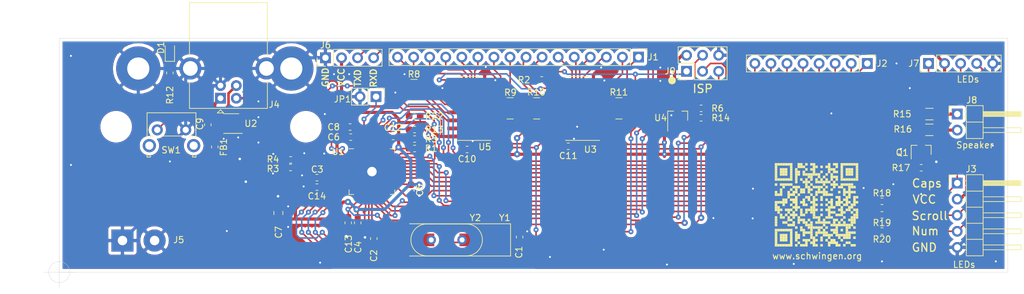
<source format=kicad_pcb>
(kicad_pcb (version 20171130) (host pcbnew 5.1.6+dfsg1-1~bpo10+1)
  (layers (0 F.Cu signal) (31 B.Cu signal) (34 B.Paste user) (35 F.Paste user) (36 B.SilkS user) (37 F.SilkS user) (38 B.Mask user) (39 F.Mask user) (44 Edge.Cuts user))
  (net 0 "")
  (net 1 GND)
  (net 2 +5V)
  (net 3 "Net-(C3-Pad1)")
  (net 4 /ROW0)
  (net 5 /ROW1)
  (net 6 /ROW2)
  (net 7 /ROW3)
  (net 8 /ROW4)
  (net 9 /ROW5)
  (net 10 /ROW6)
  (net 11 /ROW7)
  (net 12 /ROW8)
  (net 13 /ROW9)
  (net 14 /ROW10)
  (net 15 /ROW11)
  (net 16 /ROW12)
  (net 17 /ROW13)
  (net 18 /ROW15)
  (net 19 /COL7)
  (net 20 /COL6)
  (net 21 /COL5)
  (net 22 /COL4)
  (net 23 /COL3)
  (net 24 /COL2)
  (net 25 /COL1)
  (net 26 /COL0)
  (net 27 /HWB-)
  (net 28 /RESET-)
  (net 29 /ROW14)
  (net 30 /MOSI)
  (net 31 /SCK)
  (net 32 /MISO)
  (net 33 /RXD)
  (net 34 /TXD)
  (net 35 "Net-(R2-Pad1)")
  (net 36 "Net-(U1-Pad41)")
  (net 37 /LOAD-)
  (net 38 "Net-(U3-Pad10)")
  (net 39 "Net-(U3-Pad7)")
  (net 40 "Net-(U5-Pad7)")
  (net 41 /STATUSLED-)
  (net 42 "Net-(D1-Pad1)")
  (net 43 /AREF)
  (net 44 /BUTTON-)
  (net 45 "Net-(R14-Pad2)")
  (net 46 "Net-(J8-Pad2)")
  (net 47 "Net-(J8-Pad1)")
  (net 48 "Net-(Q1-Pad3)")
  (net 49 /USB_1_DP)
  (net 50 /USB_1_DN)
  (net 51 /SPEAKER)
  (net 52 /USB_2_DP)
  (net 53 /USB_2_DN)
  (net 54 VBUS)
  (net 55 "Net-(J3-Pad4)")
  (net 56 "Net-(J3-Pad3)")
  (net 57 "Net-(J3-Pad1)")
  (net 58 "Net-(JP1-Pad1)")
  (net 59 "Net-(U1-Pad22)")
  (net 60 "Net-(U1-Pad26)")
  (net 61 /X1)
  (net 62 /X2)
  (net 63 "Net-(U1-Pad12)")
  (net 64 /LED1-)
  (net 65 /LED2-)
  (net 66 /LED3-)
  (module Crystal:Crystal_HC49-U_Vertical (layer F.Cu) (at 103.7 91.9 180)
    (fp_text reference Y2 (at -2.1 3.5) (layer F.SilkS))
    (fp_text value 16.0MHz)
    (pad 2 thru_hole circle (at 4.88 0 180) (size 1.5 1.5) (drill 0.8) (layers *.Cu *.Mask) (net 62 /X2))
    (pad 1 thru_hole circle (at 0 0 180) (size 1.5 1.5) (drill 0.8) (layers *.Cu *.Mask) (net 61 /X1))
  )
  (module Resistor_SMD:R_0603_1608Metric_Pad1.05x0.95mm_HandSolder (layer F.Cu) (at 96.2 72.3)
    (fp_text reference R22 (at 3.1 0.05) (layer F.SilkS))
    (fp_text value 10k)
    (pad 2 smd roundrect (at 0.875 0) (size 1.05 0.95) (layers F.Cu F.Paste F.Mask) (net 2 +5V))
    (pad 1 smd roundrect (at -0.875 0) (size 1.05 0.95) (layers F.Cu F.Paste F.Mask) (net 44 /BUTTON-))
  )
  (module Connector_PinHeader_2.54mm:PinHeader_1x16_P2.54mm_Vertical (layer F.Cu) (at 131.6 63 270)
    (fp_text reference J1 (at 0 -2.33) (layer F.SilkS))
    (fp_text value Conn_01x16 hide)
    (pad 16 thru_hole oval (at 0 38.1 270) (size 1.7 1.7) (drill 1) (layers *.Cu *.Mask) (net 4 /ROW0))
    (pad 15 thru_hole oval (at 0 35.56 270) (size 1.7 1.7) (drill 1) (layers *.Cu *.Mask) (net 5 /ROW1))
    (pad 14 thru_hole oval (at 0 33.02 270) (size 1.7 1.7) (drill 1) (layers *.Cu *.Mask) (net 6 /ROW2))
    (pad 13 thru_hole oval (at 0 30.48 270) (size 1.7 1.7) (drill 1) (layers *.Cu *.Mask) (net 7 /ROW3))
    (pad 12 thru_hole oval (at 0 27.94 270) (size 1.7 1.7) (drill 1) (layers *.Cu *.Mask) (net 8 /ROW4))
    (pad 11 thru_hole oval (at 0 25.4 270) (size 1.7 1.7) (drill 1) (layers *.Cu *.Mask) (net 9 /ROW5))
    (pad 10 thru_hole oval (at 0 22.86 270) (size 1.7 1.7) (drill 1) (layers *.Cu *.Mask) (net 10 /ROW6))
    (pad 9 thru_hole oval (at 0 20.32 270) (size 1.7 1.7) (drill 1) (layers *.Cu *.Mask) (net 11 /ROW7))
    (pad 8 thru_hole oval (at 0 17.78 270) (size 1.7 1.7) (drill 1) (layers *.Cu *.Mask) (net 12 /ROW8))
    (pad 7 thru_hole oval (at 0 15.24 270) (size 1.7 1.7) (drill 1) (layers *.Cu *.Mask) (net 13 /ROW9))
    (pad 6 thru_hole oval (at 0 12.7 270) (size 1.7 1.7) (drill 1) (layers *.Cu *.Mask) (net 14 /ROW10))
    (pad 5 thru_hole oval (at 0 10.16 270) (size 1.7 1.7) (drill 1) (layers *.Cu *.Mask) (net 15 /ROW11))
    (pad 4 thru_hole oval (at 0 7.62 270) (size 1.7 1.7) (drill 1) (layers *.Cu *.Mask) (net 16 /ROW12))
    (pad 3 thru_hole oval (at 0 5.08 270) (size 1.7 1.7) (drill 1) (layers *.Cu *.Mask) (net 17 /ROW13))
    (pad 2 thru_hole oval (at 0 2.54 270) (size 1.7 1.7) (drill 1) (layers *.Cu *.Mask) (net 29 /ROW14))
    (pad 1 thru_hole rect (at 0 0 270) (size 1.7 1.7) (drill 1) (layers *.Cu *.Mask) (net 18 /ROW15))
  )
  (module Capacitor_SMD:C_0603_1608Metric_Pad1.05x0.95mm_HandSolder (layer F.Cu) (at 92.8 75.55 180)
    (fp_text reference C12 (at 0 1.4) (layer F.SilkS))
    (fp_text value 100nF)
    (pad 2 smd roundrect (at 0.875 0 180) (size 1.05 0.95) (layers F.Cu F.Paste F.Mask) (net 1 GND))
    (pad 1 smd roundrect (at -0.875 0 180) (size 1.05 0.95) (layers F.Cu F.Paste F.Mask) (net 2 +5V))
  )
  (module Connector_PinHeader_2.54mm:PinHeader_1x02_P2.54mm_Vertical (layer F.Cu) (at 90.1 69.25 270)
    (fp_text reference JP1 (at 0.4 5.3 180) (layer F.SilkS))
    (fp_text value Jumper)
    (pad 2 thru_hole oval (at 0 2.54 270) (size 1.7 1.7) (drill 1) (layers *.Cu *.Mask) (net 1 GND))
    (pad 1 thru_hole rect (at 0 0 270) (size 1.7 1.7) (drill 1) (layers *.Cu *.Mask) (net 58 "Net-(JP1-Pad1)"))
  )
  (module MS_Mechanical:QR_schwingen_Silk (layer F.Cu) (at 159.95 86.55)
    (fp_text reference QR1 hide)
    (fp_text value www.schwingen.org (at -0.1 7.9) (layer F.SilkS))
  )
  (module Resistor_SMD:R_0603_1608Metric_Pad1.05x0.95mm_HandSolder (layer F.Cu) (at 76.6 79.25)
    (fp_text reference R4 (at -2.8 -0.1) (layer F.SilkS))
    (fp_text value 22)
    (pad 2 smd roundrect (at 0.875 0) (size 1.05 0.95) (layers F.Cu F.Paste F.Mask) (net 53 /USB_2_DN))
    (pad 1 smd roundrect (at -0.875 0) (size 1.05 0.95) (layers F.Cu F.Paste F.Mask) (net 50 /USB_1_DN))
  )
  (module Resistor_SMD:R_0603_1608Metric_Pad1.05x0.95mm_HandSolder (layer F.Cu) (at 76.575 80.45)
    (fp_text reference R3 (at -2.775 0.2) (layer F.SilkS))
    (fp_text value 22)
    (pad 2 smd roundrect (at 0.875 0) (size 1.05 0.95) (layers F.Cu F.Paste F.Mask) (net 52 /USB_2_DP))
    (pad 1 smd roundrect (at -0.875 0) (size 1.05 0.95) (layers F.Cu F.Paste F.Mask) (net 49 /USB_1_DP))
  )
  (module Connector_PinHeader_2.54mm:PinHeader_1x05_P2.54mm_Horizontal (layer F.Cu) (at 182 82.92)
    (fp_text reference J3 (at 2.2 -2.22) (layer F.SilkS))
    (fp_text value Conn_01x05_Male hide)
    (pad 5 thru_hole oval (at 0 10.16) (size 1.7 1.7) (drill 1) (layers *.Cu *.Mask) (net 1 GND))
    (pad 4 thru_hole oval (at 0 7.62) (size 1.7 1.7) (drill 1) (layers *.Cu *.Mask) (net 55 "Net-(J3-Pad4)"))
    (pad 3 thru_hole oval (at 0 5.08) (size 1.7 1.7) (drill 1) (layers *.Cu *.Mask) (net 56 "Net-(J3-Pad3)"))
    (pad 2 thru_hole oval (at 0 2.54) (size 1.7 1.7) (drill 1) (layers *.Cu *.Mask) (net 2 +5V))
    (pad 1 thru_hole rect (at 0 0) (size 1.7 1.7) (drill 1) (layers *.Cu *.Mask) (net 57 "Net-(J3-Pad1)"))
  )
  (module Resistor_SMD:R_0603_1608Metric_Pad1.05x0.95mm_HandSolder (layer F.Cu) (at 170.1 90.5)
    (fp_text reference R20 (at 0 1.3) (layer F.SilkS))
    (fp_text value 0)
    (pad 2 smd roundrect (at 0.875 0) (size 1.05 0.95) (layers F.Cu F.Paste F.Mask) (net 55 "Net-(J3-Pad4)"))
    (pad 1 smd roundrect (at -0.875 0) (size 1.05 0.95) (layers F.Cu F.Paste F.Mask) (net 66 /LED3-))
  )
  (module Resistor_SMD:R_0603_1608Metric_Pad1.05x0.95mm_HandSolder (layer F.Cu) (at 170.1 87.95)
    (fp_text reference R19 (at 0 1.25) (layer F.SilkS))
    (fp_text value 0)
    (pad 2 smd roundrect (at 0.875 0) (size 1.05 0.95) (layers F.Cu F.Paste F.Mask) (net 56 "Net-(J3-Pad3)"))
    (pad 1 smd roundrect (at -0.875 0) (size 1.05 0.95) (layers F.Cu F.Paste F.Mask) (net 65 /LED2-))
  )
  (module Resistor_SMD:R_0603_1608Metric_Pad1.05x0.95mm_HandSolder (layer F.Cu) (at 170.1 85.8)
    (fp_text reference R18 (at 0 -1.3) (layer F.SilkS))
    (fp_text value 0)
    (pad 2 smd roundrect (at 0.875 0) (size 1.05 0.95) (layers F.Cu F.Paste F.Mask) (net 57 "Net-(J3-Pad1)"))
    (pad 1 smd roundrect (at -0.875 0) (size 1.05 0.95) (layers F.Cu F.Paste F.Mask) (net 64 /LED1-))
  )
  (module Package_SO:SOIC-16_3.9x9.9mm_P1.27mm (layer F.Cu) (at 122 71.1 180)
    (fp_text reference U3 (at -2 -6.5) (layer F.SilkS))
    (fp_text value 74HC165)
    (pad 16 smd roundrect (at 2.475 -4.445 180) (size 1.95 0.6) (layers F.Cu F.Paste F.Mask) (net 2 +5V))
    (pad 15 smd roundrect (at 2.475 -3.175 180) (size 1.95 0.6) (layers F.Cu F.Paste F.Mask) (net 1 GND))
    (pad 14 smd roundrect (at 2.475 -1.905 180) (size 1.95 0.6) (layers F.Cu F.Paste F.Mask) (net 15 /ROW11))
    (pad 13 smd roundrect (at 2.475 -0.635 180) (size 1.95 0.6) (layers F.Cu F.Paste F.Mask) (net 14 /ROW10))
    (pad 12 smd roundrect (at 2.475 0.635 180) (size 1.95 0.6) (layers F.Cu F.Paste F.Mask) (net 12 /ROW8))
    (pad 11 smd roundrect (at 2.475 1.905 180) (size 1.95 0.6) (layers F.Cu F.Paste F.Mask) (net 13 /ROW9))
    (pad 10 smd roundrect (at 2.475 3.175 180) (size 1.95 0.6) (layers F.Cu F.Paste F.Mask) (net 38 "Net-(U3-Pad10)"))
    (pad 9 smd roundrect (at 2.475 4.445 180) (size 1.95 0.6) (layers F.Cu F.Paste F.Mask) (net 35 "Net-(R2-Pad1)"))
    (pad 8 smd roundrect (at -2.475 4.445 180) (size 1.95 0.6) (layers F.Cu F.Paste F.Mask) (net 1 GND))
    (pad 7 smd roundrect (at -2.475 3.175 180) (size 1.95 0.6) (layers F.Cu F.Paste F.Mask) (net 39 "Net-(U3-Pad7)"))
    (pad 6 smd roundrect (at -2.475 1.905 180) (size 1.95 0.6) (layers F.Cu F.Paste F.Mask) (net 29 /ROW14))
    (pad 5 smd roundrect (at -2.475 0.635 180) (size 1.95 0.6) (layers F.Cu F.Paste F.Mask) (net 18 /ROW15))
    (pad 4 smd roundrect (at -2.475 -0.635 180) (size 1.95 0.6) (layers F.Cu F.Paste F.Mask) (net 17 /ROW13))
    (pad 3 smd roundrect (at -2.475 -1.905 180) (size 1.95 0.6) (layers F.Cu F.Paste F.Mask) (net 16 /ROW12))
    (pad 2 smd roundrect (at -2.475 -3.175 180) (size 1.95 0.6) (layers F.Cu F.Paste F.Mask) (net 31 /SCK))
    (pad 1 smd roundrect (at -2.475 -4.445 180) (size 1.95 0.6) (layers F.Cu F.Paste F.Mask) (net 37 /LOAD-))
  )
  (module Resistor_SMD:R_0603_1608Metric_Pad1.05x0.95mm_HandSolder (layer F.Cu) (at 176.3 80.5)
    (fp_text reference R17 (at -3.2 0) (layer F.SilkS))
    (fp_text value 10k)
    (pad 2 smd roundrect (at 0.875 0) (size 1.05 0.95) (layers F.Cu F.Paste F.Mask) (net 1 GND))
    (pad 1 smd roundrect (at -0.875 0) (size 1.05 0.95) (layers F.Cu F.Paste F.Mask) (net 51 /SPEAKER))
  )
  (module Resistor_SMD:R_Array_Convex_4x0603 (layer F.Cu) (at 128.5 71.1)
    (fp_text reference R11 (at 0 -2.55) (layer F.SilkS))
    (fp_text value 47k)
    (pad 5 smd rect (at 0.9 1.2) (size 0.8 0.5) (layers F.Cu F.Paste F.Mask) (net 2 +5V))
    (pad 6 smd rect (at 0.9 0.4) (size 0.8 0.4) (layers F.Cu F.Paste F.Mask) (net 2 +5V))
    (pad 8 smd rect (at 0.9 -1.2) (size 0.8 0.5) (layers F.Cu F.Paste F.Mask) (net 2 +5V))
    (pad 7 smd rect (at 0.9 -0.4) (size 0.8 0.4) (layers F.Cu F.Paste F.Mask) (net 2 +5V))
    (pad 4 smd rect (at -0.9 1.2) (size 0.8 0.5) (layers F.Cu F.Paste F.Mask) (net 16 /ROW12))
    (pad 2 smd rect (at -0.9 -0.4) (size 0.8 0.4) (layers F.Cu F.Paste F.Mask) (net 18 /ROW15))
    (pad 3 smd rect (at -0.9 0.4) (size 0.8 0.4) (layers F.Cu F.Paste F.Mask) (net 17 /ROW13))
    (pad 1 smd rect (at -0.9 -1.2) (size 0.8 0.5) (layers F.Cu F.Paste F.Mask) (net 29 /ROW14))
  )
  (module Capacitor_SMD:C_0603_1608Metric_Pad1.05x0.95mm_HandSolder (layer F.Cu) (at 80.75 83.55 180)
    (fp_text reference C14 (at 0 -1.43) (layer F.SilkS))
    (fp_text value 100nF)
    (pad 2 smd roundrect (at 0.875 0 180) (size 1.05 0.95) (layers F.Cu F.Paste F.Mask) (net 1 GND))
    (pad 1 smd roundrect (at -0.875 0 180) (size 1.05 0.95) (layers F.Cu F.Paste F.Mask) (net 2 +5V))
  )
  (module Capacitor_SMD:C_0603_1608Metric_Pad1.05x0.95mm_HandSolder (layer F.Cu) (at 89.75 91.7 90)
    (fp_text reference C2 (at -2.7 0 90) (layer F.SilkS))
    (fp_text value 22pF)
    (pad 2 smd roundrect (at 0.875 0 90) (size 1.05 0.95) (layers F.Cu F.Paste F.Mask) (net 62 /X2))
    (pad 1 smd roundrect (at -0.875 0 90) (size 1.05 0.95) (layers F.Cu F.Paste F.Mask) (net 1 GND))
  )
  (module Connector_USB:USB_B_OST_USB-B1HSxx_Horizontal (layer F.Cu) (at 65.5 69.5 90)
    (fp_text reference J4 (at -1 8.5 180) (layer F.SilkS))
    (fp_text value USB_B)
    (pad 5 thru_hole circle (at 4.71 7.27 90) (size 3.5 3.5) (drill 2.33) (layers *.Cu *.Mask) (net 1 GND))
    (pad 5 thru_hole circle (at 4.71 -4.77 90) (size 3.5 3.5) (drill 2.33) (layers *.Cu *.Mask) (net 1 GND))
    (pad 4 thru_hole circle (at 2 0 90) (size 1.7 1.7) (drill 0.92) (layers *.Cu *.Mask) (net 1 GND))
    (pad 3 thru_hole circle (at 2 2.5 90) (size 1.7 1.7) (drill 0.92) (layers *.Cu *.Mask) (net 49 /USB_1_DP))
    (pad 2 thru_hole circle (at 0 2.5 90) (size 1.7 1.7) (drill 0.92) (layers *.Cu *.Mask) (net 50 /USB_1_DN))
    (pad 1 thru_hole rect (at 0 0 90) (size 1.7 1.7) (drill 0.92) (layers *.Cu *.Mask) (net 54 VBUS))
  )
  (module Connector_PinHeader_2.54mm:PinHeader_1x02_P2.54mm_Horizontal (layer F.Cu) (at 182 72)
    (fp_text reference J8 (at 2.3 -2.2) (layer F.SilkS))
    (fp_text value Conn_01x02 hide)
    (pad 2 thru_hole oval (at 0 2.54) (size 1.7 1.7) (drill 1) (layers *.Cu *.Mask) (net 46 "Net-(J8-Pad2)"))
    (pad 1 thru_hole rect (at 0 0) (size 1.7 1.7) (drill 1) (layers *.Cu *.Mask) (net 47 "Net-(J8-Pad1)"))
  )
  (module Connector_PinHeader_2.54mm:PinHeader_1x05_P2.54mm_Vertical (layer F.Cu) (at 177.46 64 90)
    (fp_text reference J7 (at 0 -2.33 180) (layer F.SilkS))
    (fp_text value Conn_01x05_Male hide)
    (pad 5 thru_hole oval (at 0 10.16 90) (size 1.7 1.7) (drill 1) (layers *.Cu *.Mask) (net 1 GND))
    (pad 4 thru_hole oval (at 0 7.62 90) (size 1.7 1.7) (drill 1) (layers *.Cu *.Mask) (net 55 "Net-(J3-Pad4)"))
    (pad 3 thru_hole oval (at 0 5.08 90) (size 1.7 1.7) (drill 1) (layers *.Cu *.Mask) (net 56 "Net-(J3-Pad3)"))
    (pad 2 thru_hole oval (at 0 2.54 90) (size 1.7 1.7) (drill 1) (layers *.Cu *.Mask) (net 2 +5V))
    (pad 1 thru_hole rect (at 0 0 90) (size 1.7 1.7) (drill 1) (layers *.Cu *.Mask) (net 57 "Net-(J3-Pad1)"))
  )
  (module Resistor_SMD:R_1206_3216Metric_Pad1.42x1.75mm_HandSolder (layer F.Cu) (at 177.6 74.5)
    (fp_text reference R16 (at -4.2 -0.1) (layer F.SilkS))
    (fp_text value 22)
    (pad 2 smd roundrect (at 1.4875 0) (size 1.425 1.75) (layers F.Cu F.Paste F.Mask) (roundrect_rratio 0.175439) (net 46 "Net-(J8-Pad2)"))
    (pad 1 smd roundrect (at -1.4875 0) (size 1.425 1.75) (layers F.Cu F.Paste F.Mask) (roundrect_rratio 0.175439) (net 48 "Net-(Q1-Pad3)"))
  )
  (module Resistor_SMD:R_1206_3216Metric_Pad1.42x1.75mm_HandSolder (layer F.Cu) (at 177.6 72)
    (fp_text reference R15 (at -4.3 0) (layer F.SilkS))
    (fp_text value 22)
    (pad 2 smd roundrect (at 1.4875 0) (size 1.425 1.75) (layers F.Cu F.Paste F.Mask) (roundrect_rratio 0.175439) (net 47 "Net-(J8-Pad1)"))
    (pad 1 smd roundrect (at -1.4875 0) (size 1.425 1.75) (layers F.Cu F.Paste F.Mask) (roundrect_rratio 0.175439) (net 2 +5V))
  )
  (module Package_TO_SOT_SMD:SOT-23 (layer F.Cu) (at 176.3 77.7 90)
    (fp_text reference Q1 (at -0.4 -3 180) (layer F.SilkS))
    (fp_text value 2N7002)
    (pad 3 smd rect (at 1 0 90) (size 0.9 0.8) (layers F.Cu F.Paste F.Mask) (net 48 "Net-(Q1-Pad3)"))
    (pad 2 smd rect (at -1 0.95 90) (size 0.9 0.8) (layers F.Cu F.Paste F.Mask) (net 1 GND))
    (pad 1 smd rect (at -1 -0.95 90) (size 0.9 0.8) (layers F.Cu F.Paste F.Mask) (net 51 /SPEAKER))
  )
  (module Capacitor_SMD:C_0603_1608Metric_Pad1.05x0.95mm_HandSolder (layer F.Cu) (at 85.7 89.2 90)
    (fp_text reference C13 (at -3.35 0.05 90) (layer F.SilkS))
    (fp_text value 100nF)
    (pad 2 smd roundrect (at 0.875 0 90) (size 1.05 0.95) (layers F.Cu F.Paste F.Mask) (net 28 /RESET-))
    (pad 1 smd roundrect (at -0.875 0 90) (size 1.05 0.95) (layers F.Cu F.Paste F.Mask) (net 1 GND))
  )
  (module Package_TO_SOT_SMD:SOT-23_Handsoldering (layer F.Cu) (at 137.8 72.3 90)
    (fp_text reference U4 (at -0.3 -2.7 180) (layer F.SilkS))
    (fp_text value MAX809T)
    (pad 3 smd rect (at 1.5 0 90) (size 1.9 0.8) (layers F.Cu F.Paste F.Mask) (net 2 +5V))
    (pad 2 smd rect (at -1.5 0.95 90) (size 1.9 0.8) (layers F.Cu F.Paste F.Mask) (net 45 "Net-(R14-Pad2)"))
    (pad 1 smd rect (at -1.5 -0.95 90) (size 1.9 0.8) (layers F.Cu F.Paste F.Mask) (net 1 GND))
  )
  (module Resistor_SMD:R_0603_1608Metric_Pad1.05x0.95mm_HandSolder (layer F.Cu) (at 141.5 72.6 180)
    (fp_text reference R14 (at -3.1 0) (layer F.SilkS))
    (fp_text value 10k)
    (pad 2 smd roundrect (at 0.875 0 180) (size 1.05 0.95) (layers F.Cu F.Paste F.Mask) (net 45 "Net-(R14-Pad2)"))
    (pad 1 smd roundrect (at -0.875 0 180) (size 1.05 0.95) (layers F.Cu F.Paste F.Mask) (net 28 /RESET-))
  )
  (module Resistor_SMD:R_0603_1608Metric_Pad1.05x0.95mm_HandSolder (layer F.Cu) (at 96.2 74.45 180)
    (fp_text reference R13 (at -3.1 0) (layer F.SilkS))
    (fp_text value 0)
    (pad 2 smd roundrect (at 0.875 0 180) (size 1.05 0.95) (layers F.Cu F.Paste F.Mask) (net 27 /HWB-))
    (pad 1 smd roundrect (at -0.875 0 180) (size 1.05 0.95) (layers F.Cu F.Paste F.Mask) (net 44 /BUTTON-))
  )
  (module MountingHole:MountingHole_4mm (layer F.Cu) (at 49 74)
    (fp_text reference H4 hide)
    (fp_text value MountingHole hide)
    (pad 1 np_thru_hole circle (at 0 0) (size 4 4) (drill 4) (layers *.Cu *.Mask))
  )
  (module MountingHole:MountingHole_4mm (layer F.Cu) (at 79 74)
    (fp_text reference H3 hide)
    (fp_text value MountingHole hide)
    (pad 1 np_thru_hole circle (at 0 0) (size 4 4) (drill 4) (layers *.Cu *.Mask))
  )
  (module Resistor_SMD:R_0603_1608Metric_Pad1.05x0.95mm_HandSolder (layer F.Cu) (at 57.5 65.5 90)
    (fp_text reference R12 (at -3.5 0 90) (layer F.SilkS))
    (fp_text value 1k)
    (pad 2 smd roundrect (at 0.875 0 90) (size 1.05 0.95) (layers F.Cu F.Paste F.Mask) (net 42 "Net-(D1-Pad1)"))
    (pad 1 smd roundrect (at -0.875 0 90) (size 1.05 0.95) (layers F.Cu F.Paste F.Mask) (net 1 GND))
  )
  (module LED_SMD:LED_0603_1608Metric_Pad1.05x0.95mm_HandSolder (layer F.Cu) (at 57.5 62 90)
    (fp_text reference D1 (at 0.5 -1.43 90) (layer F.SilkS))
    (fp_text value LED)
    (pad 2 smd roundrect (at 0.875 0 90) (size 1.05 0.95) (layers F.Cu F.Paste F.Mask) (net 41 /STATUSLED-))
    (pad 1 smd roundrect (at -0.875 0 90) (size 1.05 0.95) (layers F.Cu F.Paste F.Mask) (net 42 "Net-(D1-Pad1)"))
  )
  (module Capacitor_SMD:C_0603_1608Metric_Pad1.05x0.95mm_HandSolder (layer F.Cu) (at 120.5 77.1)
    (fp_text reference C11 (at 0 1.5) (layer F.SilkS))
    (fp_text value 100nF)
    (pad 2 smd roundrect (at 0.875 0) (size 1.05 0.95) (layers F.Cu F.Paste F.Mask) (net 1 GND))
    (pad 1 smd roundrect (at -0.875 0) (size 1.05 0.95) (layers F.Cu F.Paste F.Mask) (net 2 +5V))
  )
  (module Capacitor_SMD:C_0603_1608Metric_Pad1.05x0.95mm_HandSolder (layer F.Cu) (at 104.5 77.6)
    (fp_text reference C10 (at 0 1.5) (layer F.SilkS))
    (fp_text value 100nF)
    (pad 2 smd roundrect (at 0.875 0) (size 1.05 0.95) (layers F.Cu F.Paste F.Mask) (net 1 GND))
    (pad 1 smd roundrect (at -0.875 0) (size 1.05 0.95) (layers F.Cu F.Paste F.Mask) (net 2 +5V))
  )
  (module Package_SO:SOIC-16_3.9x9.9mm_P1.27mm (layer F.Cu) (at 104.8 71.1 180)
    (fp_text reference U5 (at -2.5 -6.1) (layer F.SilkS))
    (fp_text value 74HC165)
    (pad 16 smd roundrect (at 2.475 -4.445 180) (size 1.95 0.6) (layers F.Cu F.Paste F.Mask) (net 2 +5V))
    (pad 15 smd roundrect (at 2.475 -3.175 180) (size 1.95 0.6) (layers F.Cu F.Paste F.Mask) (net 1 GND))
    (pad 14 smd roundrect (at 2.475 -1.905 180) (size 1.95 0.6) (layers F.Cu F.Paste F.Mask) (net 7 /ROW3))
    (pad 13 smd roundrect (at 2.475 -0.635 180) (size 1.95 0.6) (layers F.Cu F.Paste F.Mask) (net 6 /ROW2))
    (pad 12 smd roundrect (at 2.475 0.635 180) (size 1.95 0.6) (layers F.Cu F.Paste F.Mask) (net 4 /ROW0))
    (pad 11 smd roundrect (at 2.475 1.905 180) (size 1.95 0.6) (layers F.Cu F.Paste F.Mask) (net 5 /ROW1))
    (pad 10 smd roundrect (at 2.475 3.175 180) (size 1.95 0.6) (layers F.Cu F.Paste F.Mask) (net 1 GND))
    (pad 9 smd roundrect (at 2.475 4.445 180) (size 1.95 0.6) (layers F.Cu F.Paste F.Mask) (net 38 "Net-(U3-Pad10)"))
    (pad 8 smd roundrect (at -2.475 4.445 180) (size 1.95 0.6) (layers F.Cu F.Paste F.Mask) (net 1 GND))
    (pad 7 smd roundrect (at -2.475 3.175 180) (size 1.95 0.6) (layers F.Cu F.Paste F.Mask) (net 40 "Net-(U5-Pad7)"))
    (pad 6 smd roundrect (at -2.475 1.905 180) (size 1.95 0.6) (layers F.Cu F.Paste F.Mask) (net 10 /ROW6))
    (pad 5 smd roundrect (at -2.475 0.635 180) (size 1.95 0.6) (layers F.Cu F.Paste F.Mask) (net 11 /ROW7))
    (pad 4 smd roundrect (at -2.475 -0.635 180) (size 1.95 0.6) (layers F.Cu F.Paste F.Mask) (net 9 /ROW5))
    (pad 3 smd roundrect (at -2.475 -1.905 180) (size 1.95 0.6) (layers F.Cu F.Paste F.Mask) (net 8 /ROW4))
    (pad 2 smd roundrect (at -2.475 -3.175 180) (size 1.95 0.6) (layers F.Cu F.Paste F.Mask) (net 31 /SCK))
    (pad 1 smd roundrect (at -2.475 -4.445 180) (size 1.95 0.6) (layers F.Cu F.Paste F.Mask) (net 37 /LOAD-))
  )
  (module Resistor_SMD:R_Array_Convex_4x0603 (layer F.Cu) (at 115.5 71.1 180)
    (fp_text reference R10 (at 0.05 2.55) (layer F.SilkS))
    (fp_text value 47k)
    (pad 5 smd rect (at 0.9 1.2 180) (size 0.8 0.5) (layers F.Cu F.Paste F.Mask) (net 2 +5V))
    (pad 6 smd rect (at 0.9 0.4 180) (size 0.8 0.4) (layers F.Cu F.Paste F.Mask) (net 2 +5V))
    (pad 8 smd rect (at 0.9 -1.2 180) (size 0.8 0.5) (layers F.Cu F.Paste F.Mask) (net 2 +5V))
    (pad 7 smd rect (at 0.9 -0.4 180) (size 0.8 0.4) (layers F.Cu F.Paste F.Mask) (net 2 +5V))
    (pad 4 smd rect (at -0.9 1.2 180) (size 0.8 0.5) (layers F.Cu F.Paste F.Mask) (net 13 /ROW9))
    (pad 2 smd rect (at -0.9 -0.4 180) (size 0.8 0.4) (layers F.Cu F.Paste F.Mask) (net 14 /ROW10))
    (pad 3 smd rect (at -0.9 0.4 180) (size 0.8 0.4) (layers F.Cu F.Paste F.Mask) (net 12 /ROW8))
    (pad 1 smd rect (at -0.9 -1.2 180) (size 0.8 0.5) (layers F.Cu F.Paste F.Mask) (net 15 /ROW11))
  )
  (module Resistor_SMD:R_Array_Convex_4x0603 (layer F.Cu) (at 111.3 71.1)
    (fp_text reference R9 (at 0.05 -2.5) (layer F.SilkS))
    (fp_text value 47k)
    (pad 5 smd rect (at 0.9 1.2) (size 0.8 0.5) (layers F.Cu F.Paste F.Mask) (net 2 +5V))
    (pad 6 smd rect (at 0.9 0.4) (size 0.8 0.4) (layers F.Cu F.Paste F.Mask) (net 2 +5V))
    (pad 8 smd rect (at 0.9 -1.2) (size 0.8 0.5) (layers F.Cu F.Paste F.Mask) (net 2 +5V))
    (pad 7 smd rect (at 0.9 -0.4) (size 0.8 0.4) (layers F.Cu F.Paste F.Mask) (net 2 +5V))
    (pad 4 smd rect (at -0.9 1.2) (size 0.8 0.5) (layers F.Cu F.Paste F.Mask) (net 8 /ROW4))
    (pad 2 smd rect (at -0.9 -0.4) (size 0.8 0.4) (layers F.Cu F.Paste F.Mask) (net 11 /ROW7))
    (pad 3 smd rect (at -0.9 0.4) (size 0.8 0.4) (layers F.Cu F.Paste F.Mask) (net 9 /ROW5))
    (pad 1 smd rect (at -0.9 -1.2) (size 0.8 0.5) (layers F.Cu F.Paste F.Mask) (net 10 /ROW6))
  )
  (module Resistor_SMD:R_Array_Convex_4x0603 (layer F.Cu) (at 96.1 68.2 180)
    (fp_text reference R8 (at 0 2.5) (layer F.SilkS))
    (fp_text value 47k)
    (pad 5 smd rect (at 0.9 1.2 180) (size 0.8 0.5) (layers F.Cu F.Paste F.Mask) (net 2 +5V))
    (pad 6 smd rect (at 0.9 0.4 180) (size 0.8 0.4) (layers F.Cu F.Paste F.Mask) (net 2 +5V))
    (pad 8 smd rect (at 0.9 -1.2 180) (size 0.8 0.5) (layers F.Cu F.Paste F.Mask) (net 2 +5V))
    (pad 7 smd rect (at 0.9 -0.4 180) (size 0.8 0.4) (layers F.Cu F.Paste F.Mask) (net 2 +5V))
    (pad 4 smd rect (at -0.9 1.2 180) (size 0.8 0.5) (layers F.Cu F.Paste F.Mask) (net 5 /ROW1))
    (pad 2 smd rect (at -0.9 -0.4 180) (size 0.8 0.4) (layers F.Cu F.Paste F.Mask) (net 6 /ROW2))
    (pad 3 smd rect (at -0.9 0.4 180) (size 0.8 0.4) (layers F.Cu F.Paste F.Mask) (net 4 /ROW0))
    (pad 1 smd rect (at -0.9 -1.2 180) (size 0.8 0.5) (layers F.Cu F.Paste F.Mask) (net 7 /ROW3))
  )
  (module Resistor_SMD:R_0603_1608Metric_Pad1.05x0.95mm_HandSolder (layer F.Cu) (at 116.3 66.6 180)
    (fp_text reference R2 (at 2.8 0) (layer F.SilkS))
    (fp_text value 1k)
    (pad 2 smd roundrect (at 0.875 0 180) (size 1.05 0.95) (layers F.Cu F.Paste F.Mask) (net 32 /MISO))
    (pad 1 smd roundrect (at -0.875 0 180) (size 1.05 0.95) (layers F.Cu F.Paste F.Mask) (net 35 "Net-(R2-Pad1)"))
  )
  (module Connector_PinHeader_2.54mm:PinHeader_1x04_P2.54mm_Vertical (layer F.Cu) (at 82.1 63.1 90)
    (fp_text reference J6 (at 2 0 180) (layer F.SilkS))
    (fp_text value Conn_01x04 hide)
    (pad 4 thru_hole oval (at 0 7.62 90) (size 1.7 1.7) (drill 1) (layers *.Cu *.Mask) (net 33 /RXD))
    (pad 3 thru_hole oval (at 0 5.08 90) (size 1.7 1.7) (drill 1) (layers *.Cu *.Mask) (net 34 /TXD))
    (pad 2 thru_hole oval (at 0 2.54 90) (size 1.7 1.7) (drill 1) (layers *.Cu *.Mask) (net 2 +5V))
    (pad 1 thru_hole rect (at 0 0 90) (size 1.7 1.7) (drill 1) (layers *.Cu *.Mask) (net 1 GND))
  )
  (module Inductor_SMD:L_0603_1608Metric_Pad1.05x0.95mm_HandSolder (layer F.Cu) (at 64.6 77.2 270)
    (fp_text reference FB1 (at 0.05 -1.4 90) (layer F.SilkS))
    (fp_text value BLM18PG121)
    (pad 2 smd roundrect (at 0.875 0 270) (size 1.05 0.95) (layers F.Cu F.Paste F.Mask) (net 2 +5V))
    (pad 1 smd roundrect (at -0.875 0 270) (size 1.05 0.95) (layers F.Cu F.Paste F.Mask) (net 54 VBUS))
  )
  (module Connector_PinHeader_2.54mm:PinHeader_2x03_P2.54mm_Vertical (layer F.Cu) (at 139.2 65.24 90)
    (fp_text reference J9 (at 0.04 -2.6 180) (layer F.SilkS))
    (fp_text value AVR-ISP-6 hide)
    (pad 6 thru_hole oval (at 2.54 5.08 90) (size 1.7 1.7) (drill 1) (layers *.Cu *.Mask) (net 1 GND))
    (pad 5 thru_hole oval (at 0 5.08 90) (size 1.7 1.7) (drill 1) (layers *.Cu *.Mask) (net 28 /RESET-))
    (pad 4 thru_hole oval (at 2.54 2.54 90) (size 1.7 1.7) (drill 1) (layers *.Cu *.Mask) (net 30 /MOSI))
    (pad 3 thru_hole oval (at 0 2.54 90) (size 1.7 1.7) (drill 1) (layers *.Cu *.Mask) (net 31 /SCK))
    (pad 2 thru_hole oval (at 2.54 0 90) (size 1.7 1.7) (drill 1) (layers *.Cu *.Mask) (net 2 +5V))
    (pad 1 thru_hole rect (at 0 0 90) (size 1.7 1.7) (drill 1) (layers *.Cu *.Mask) (net 32 /MISO))
  )
  (module Capacitor_SMD:C_0603_1608Metric_Pad1.05x0.95mm_HandSolder (layer F.Cu) (at 63.5 73.7 90)
    (fp_text reference C9 (at 0.15 -1.25 90) (layer F.SilkS))
    (fp_text value 10nF)
    (pad 2 smd roundrect (at 0.875 0 90) (size 1.05 0.95) (layers F.Cu F.Paste F.Mask) (net 1 GND))
    (pad 1 smd roundrect (at -0.875 0 90) (size 1.05 0.95) (layers F.Cu F.Paste F.Mask) (net 54 VBUS))
  )
  (module Capacitor_SMD:C_0603_1608Metric_Pad1.05x0.95mm_HandSolder (layer F.Cu) (at 86 74.05 180)
    (fp_text reference C8 (at 2.6 0) (layer F.SilkS))
    (fp_text value 100nF)
    (pad 2 smd roundrect (at 0.875 0 180) (size 1.05 0.95) (layers F.Cu F.Paste F.Mask) (net 1 GND))
    (pad 1 smd roundrect (at -0.875 0 180) (size 1.05 0.95) (layers F.Cu F.Paste F.Mask) (net 43 /AREF))
  )
  (module Package_DFN_QFN:QFN-44-1EP_7x7mm_P0.5mm_EP5.2x5.2mm (layer F.Cu) (at 89.45 81.1)
    (fp_text reference U1 (at -5.35 -3.15) (layer F.SilkS))
    (fp_text value ATmega32U4-MU)
    (pad 44 smd roundrect (at -2.5 -3.3375) (size 0.25 1.075) (layers F.Cu F.Paste F.Mask) (net 2 +5V))
    (pad 43 smd roundrect (at -2 -3.3375) (size 0.25 1.075) (layers F.Cu F.Paste F.Mask) (net 1 GND))
    (pad 42 smd roundrect (at -1.5 -3.3375) (size 0.25 1.075) (layers F.Cu F.Paste F.Mask) (net 43 /AREF))
    (pad 41 smd roundrect (at -1 -3.3375) (size 0.25 1.075) (layers F.Cu F.Paste F.Mask) (net 36 "Net-(U1-Pad41)"))
    (pad 40 smd roundrect (at -0.5 -3.3375) (size 0.25 1.075) (layers F.Cu F.Paste F.Mask) (net 58 "Net-(JP1-Pad1)"))
    (pad 39 smd roundrect (at 0 -3.3375) (size 0.25 1.075) (layers F.Cu F.Paste F.Mask) (net 19 /COL7))
    (pad 38 smd roundrect (at 0.5 -3.3375) (size 0.25 1.075) (layers F.Cu F.Paste F.Mask) (net 20 /COL6))
    (pad 37 smd roundrect (at 1 -3.3375) (size 0.25 1.075) (layers F.Cu F.Paste F.Mask) (net 21 /COL5))
    (pad 36 smd roundrect (at 1.5 -3.3375) (size 0.25 1.075) (layers F.Cu F.Paste F.Mask) (net 22 /COL4))
    (pad 35 smd roundrect (at 2 -3.3375) (size 0.25 1.075) (layers F.Cu F.Paste F.Mask) (net 1 GND))
    (pad 34 smd roundrect (at 2.5 -3.3375) (size 0.25 1.075) (layers F.Cu F.Paste F.Mask) (net 2 +5V))
    (pad 33 smd roundrect (at 3.3375 -2.5) (size 1.075 0.25) (layers F.Cu F.Paste F.Mask) (net 27 /HWB-))
    (pad 32 smd roundrect (at 3.3375 -2) (size 1.075 0.25) (layers F.Cu F.Paste F.Mask) (net 51 /SPEAKER))
    (pad 31 smd roundrect (at 3.3375 -1.5) (size 1.075 0.25) (layers F.Cu F.Paste F.Mask) (net 44 /BUTTON-))
    (pad 30 smd roundrect (at 3.3375 -1) (size 1.075 0.25) (layers F.Cu F.Paste F.Mask) (net 65 /LED2-))
    (pad 29 smd roundrect (at 3.3375 -0.5) (size 1.075 0.25) (layers F.Cu F.Paste F.Mask) (net 64 /LED1-))
    (pad 28 smd roundrect (at 3.3375 0) (size 1.075 0.25) (layers F.Cu F.Paste F.Mask) (net 23 /COL3))
    (pad 27 smd roundrect (at 3.3375 0.5) (size 1.075 0.25) (layers F.Cu F.Paste F.Mask) (net 24 /COL2))
    (pad 26 smd roundrect (at 3.3375 1) (size 1.075 0.25) (layers F.Cu F.Paste F.Mask) (net 60 "Net-(U1-Pad26)"))
    (pad 25 smd roundrect (at 3.3375 1.5) (size 1.075 0.25) (layers F.Cu F.Paste F.Mask) (net 25 /COL1))
    (pad 24 smd roundrect (at 3.3375 2) (size 1.075 0.25) (layers F.Cu F.Paste F.Mask) (net 2 +5V))
    (pad 23 smd roundrect (at 3.3375 2.5) (size 1.075 0.25) (layers F.Cu F.Paste F.Mask) (net 1 GND))
    (pad 22 smd roundrect (at 2.5 3.3375) (size 0.25 1.075) (layers F.Cu F.Paste F.Mask) (net 59 "Net-(U1-Pad22)"))
    (pad 21 smd roundrect (at 2 3.3375) (size 0.25 1.075) (layers F.Cu F.Paste F.Mask) (net 34 /TXD))
    (pad 20 smd roundrect (at 1.5 3.3375) (size 0.25 1.075) (layers F.Cu F.Paste F.Mask) (net 33 /RXD))
    (pad 19 smd roundrect (at 1 3.3375) (size 0.25 1.075) (layers F.Cu F.Paste F.Mask) (net 26 /COL0))
    (pad 18 smd roundrect (at 0.5 3.3375) (size 0.25 1.075) (layers F.Cu F.Paste F.Mask) (net 66 /LED3-))
    (pad 17 smd roundrect (at 0 3.3375) (size 0.25 1.075) (layers F.Cu F.Paste F.Mask) (net 61 /X1))
    (pad 16 smd roundrect (at -0.5 3.3375) (size 0.25 1.075) (layers F.Cu F.Paste F.Mask) (net 62 /X2))
    (pad 15 smd roundrect (at -1 3.3375) (size 0.25 1.075) (layers F.Cu F.Paste F.Mask) (net 1 GND))
    (pad 14 smd roundrect (at -1.5 3.3375) (size 0.25 1.075) (layers F.Cu F.Paste F.Mask) (net 2 +5V))
    (pad 13 smd roundrect (at -2 3.3375) (size 0.25 1.075) (layers F.Cu F.Paste F.Mask) (net 28 /RESET-))
    (pad 12 smd roundrect (at -2.5 3.3375) (size 0.25 1.075) (layers F.Cu F.Paste F.Mask) (net 63 "Net-(U1-Pad12)"))
    (pad 11 smd roundrect (at -3.3375 2.5) (size 1.075 0.25) (layers F.Cu F.Paste F.Mask) (net 32 /MISO))
    (pad 10 smd roundrect (at -3.3375 2) (size 1.075 0.25) (layers F.Cu F.Paste F.Mask) (net 30 /MOSI))
    (pad 9 smd roundrect (at -3.3375 1.5) (size 1.075 0.25) (layers F.Cu F.Paste F.Mask) (net 31 /SCK))
    (pad 8 smd roundrect (at -3.3375 1) (size 1.075 0.25) (layers F.Cu F.Paste F.Mask) (net 37 /LOAD-))
    (pad 7 smd roundrect (at -3.3375 0.5) (size 1.075 0.25) (layers F.Cu F.Paste F.Mask) (net 2 +5V))
    (pad 6 smd roundrect (at -3.3375 0) (size 1.075 0.25) (layers F.Cu F.Paste F.Mask) (net 3 "Net-(C3-Pad1)"))
    (pad 5 smd roundrect (at -3.3375 -0.5) (size 1.075 0.25) (layers F.Cu F.Paste F.Mask) (net 1 GND))
    (pad 4 smd roundrect (at -3.3375 -1) (size 1.075 0.25) (layers F.Cu F.Paste F.Mask) (net 52 /USB_2_DP))
    (pad 3 smd roundrect (at -3.3375 -1.5) (size 1.075 0.25) (layers F.Cu F.Paste F.Mask) (net 53 /USB_2_DN))
    (pad 2 smd roundrect (at -3.3375 -2) (size 1.075 0.25) (layers F.Cu F.Paste F.Mask) (net 2 +5V))
    (pad 1 smd roundrect (at -3.3375 -2.5) (size 1.075 0.25) (layers F.Cu F.Paste F.Mask) (net 41 /STATUSLED-))
    (pad 45 smd roundrect (at 0 0) (size 5.2 5.2) (layers F.Cu F.Mask) (roundrect_rratio 0.048077) (net 1 GND))
  )
  (module Resistor_SMD:R_0603_1608Metric_Pad1.05x0.95mm_HandSolder (layer F.Cu) (at 96.2 77.45 180)
    (fp_text reference R1 (at -2.6 0) (layer F.SilkS))
    (fp_text value 10k)
    (pad 2 smd roundrect (at 0.875 0 180) (size 1.05 0.95) (layers F.Cu F.Paste F.Mask) (net 2 +5V))
    (pad 1 smd roundrect (at -0.875 0 180) (size 1.05 0.95) (layers F.Cu F.Paste F.Mask) (net 27 /HWB-))
  )
  (module Crystal:Crystal_SMD_HC49-SD_HandSoldering (layer F.Cu) (at 101.3 91.9 180)
    (fp_text reference Y1 (at -9.15 3.5) (layer F.SilkS))
    (fp_text value 16.0MHz)
    (pad 2 smd rect (at 5.9375 0 180) (size 7.875 2) (layers F.Cu F.Paste F.Mask) (net 62 /X2))
    (pad 1 smd rect (at -5.9375 0 180) (size 7.875 2) (layers F.Cu F.Paste F.Mask) (net 61 /X1))
  )
  (module Resistor_SMD:R_0603_1608Metric_Pad1.05x0.95mm_HandSolder (layer F.Cu) (at 141.5 71.1)
    (fp_text reference R6 (at 2.6 0) (layer F.SilkS))
    (fp_text value 10k)
    (pad 2 smd roundrect (at 0.875 0) (size 1.05 0.95) (layers F.Cu F.Paste F.Mask) (net 28 /RESET-))
    (pad 1 smd roundrect (at -0.875 0) (size 1.05 0.95) (layers F.Cu F.Paste F.Mask) (net 2 +5V))
  )
  (module Resistor_SMD:R_0603_1608Metric_Pad1.05x0.95mm_HandSolder (layer F.Cu) (at 96.2 75.95 180)
    (fp_text reference R5 (at -2.6 0) (layer F.SilkS))
    (fp_text value 10k)
    (pad 2 smd roundrect (at 0.875 0 180) (size 1.05 0.95) (layers F.Cu F.Paste F.Mask) (net 27 /HWB-))
    (pad 1 smd roundrect (at -0.875 0 180) (size 1.05 0.95) (layers F.Cu F.Paste F.Mask) (net 1 GND))
  )
  (module Capacitor_SMD:C_0805_2012Metric_Pad1.15x1.40mm_HandSolder (layer F.Cu) (at 74.65 87.65 90)
    (fp_text reference C7 (at -3.05 0.05 90) (layer F.SilkS))
    (fp_text value 10uF)
    (pad 2 smd roundrect (at 1.025 0 90) (size 1.15 1.4) (layers F.Cu F.Paste F.Mask) (roundrect_rratio 0.217391) (net 1 GND))
    (pad 1 smd roundrect (at -1.025 0 90) (size 1.15 1.4) (layers F.Cu F.Paste F.Mask) (roundrect_rratio 0.217391) (net 2 +5V))
  )
  (module Capacitor_SMD:C_0603_1608Metric_Pad1.05x0.95mm_HandSolder (layer F.Cu) (at 86.1 75.65)
    (fp_text reference C6 (at -2.7 0) (layer F.SilkS))
    (fp_text value 100nF)
    (pad 2 smd roundrect (at 0.875 0) (size 1.05 0.95) (layers F.Cu F.Paste F.Mask) (net 1 GND))
    (pad 1 smd roundrect (at -0.875 0) (size 1.05 0.95) (layers F.Cu F.Paste F.Mask) (net 2 +5V))
  )
  (module Capacitor_SMD:C_0603_1608Metric_Pad1.05x0.95mm_HandSolder (layer F.Cu) (at 95.6 84.05 270)
    (fp_text reference C5 (at 0 -1.43 90) (layer F.SilkS))
    (fp_text value 100nF)
    (pad 2 smd roundrect (at 0.875 0 270) (size 1.05 0.95) (layers F.Cu F.Paste F.Mask) (net 1 GND))
    (pad 1 smd roundrect (at -0.875 0 270) (size 1.05 0.95) (layers F.Cu F.Paste F.Mask) (net 2 +5V))
  )
  (module Capacitor_SMD:C_0603_1608Metric_Pad1.05x0.95mm_HandSolder (layer F.Cu) (at 87.2 89.2 270)
    (fp_text reference C4 (at 3.85 -0.05 90) (layer F.SilkS))
    (fp_text value 100nF)
    (pad 2 smd roundrect (at 0.875 0 270) (size 1.05 0.95) (layers F.Cu F.Paste F.Mask) (net 1 GND))
    (pad 1 smd roundrect (at -0.875 0 270) (size 1.05 0.95) (layers F.Cu F.Paste F.Mask) (net 2 +5V))
  )
  (module Capacitor_SMD:C_0603_1608Metric_Pad1.05x0.95mm_HandSolder (layer F.Cu) (at 80.75 82.05 180)
    (fp_text reference C3 (at -0.05 1.3) (layer F.SilkS))
    (fp_text value 1uF)
    (pad 2 smd roundrect (at 0.875 0 180) (size 1.05 0.95) (layers F.Cu F.Paste F.Mask) (net 1 GND))
    (pad 1 smd roundrect (at -0.875 0 180) (size 1.05 0.95) (layers F.Cu F.Paste F.Mask) (net 3 "Net-(C3-Pad1)"))
  )
  (module Capacitor_SMD:C_0603_1608Metric_Pad1.05x0.95mm_HandSolder (layer F.Cu) (at 112.8 91.45 90)
    (fp_text reference C1 (at -2.4 -0.1 90) (layer F.SilkS))
    (fp_text value 22pF)
    (pad 2 smd roundrect (at 0.875 0 90) (size 1.05 0.95) (layers F.Cu F.Paste F.Mask) (net 1 GND))
    (pad 1 smd roundrect (at -0.875 0 90) (size 1.05 0.95) (layers F.Cu F.Paste F.Mask) (net 61 /X1))
  )
  (module Button_Switch_THT:SW_Tactile_SPST_Angled_PTS645Vx83-2LFS (layer F.Cu) (at 55.5 74.5)
    (fp_text reference SW1 (at 2.2 3.2) (layer F.SilkS))
    (fp_text value SW_Push hide)
    (pad "" thru_hole circle (at -1.25 2.49) (size 2.1 2.1) (drill 1.3) (layers *.Cu *.Mask))
    (pad 1 thru_hole circle (at 0 0) (size 1.75 1.75) (drill 0.99) (layers *.Cu *.Mask) (net 44 /BUTTON-))
    (pad 2 thru_hole circle (at 4.5 0) (size 1.75 1.75) (drill 0.99) (layers *.Cu *.Mask) (net 1 GND))
    (pad "" thru_hole circle (at 5.76 2.49) (size 2.1 2.1) (drill 1.3) (layers *.Cu *.Mask))
  )
  (module Connector_Wire:SolderWirePad_1x02_P5.08mm_Drill1.5mm (layer F.Cu) (at 50 92)
    (fp_text reference J5 (at 8.9 -0.1) (layer F.SilkS))
    (fp_text value Conn_01x02_Male hide)
    (pad 2 thru_hole circle (at 5.08 0) (size 3.50012 3.50012) (drill 1.50114) (layers *.Cu *.Mask) (net 1 GND))
    (pad 1 thru_hole rect (at 0 0) (size 3.50012 3.50012) (drill 1.50114) (layers *.Cu *.Mask) (net 1 GND))
  )
  (module MountingHole:MountingHole_3.5mm_Pad (layer F.Cu) (at 76.7 64.8)
    (fp_text reference H2 hide)
    (fp_text value MountingHole_Pad hide)
    (pad 1 thru_hole circle (at 0 0) (size 7 7) (drill 3.5) (layers *.Cu *.Mask) (net 1 GND))
  )
  (module MountingHole:MountingHole_3.5mm_Pad (layer F.Cu) (at 52.5 64.8)
    (fp_text reference H1 hide)
    (fp_text value MountingHole_Pad hide)
    (pad 1 thru_hole circle (at 0 0) (size 7 7) (drill 3.5) (layers *.Cu *.Mask) (net 1 GND))
  )
  (module Package_TO_SOT_SMD:SOT-143 (layer F.Cu) (at 67.2 73.5 180)
    (fp_text reference U2 (at -3.1 0) (layer F.SilkS))
    (fp_text value PRTR5V0U2X)
    (pad 4 smd rect (at 1.1 -0.95 90) (size 1 1.4) (layers F.Cu F.Paste F.Mask) (net 54 VBUS))
    (pad 3 smd rect (at 1.1 0.95 90) (size 1 1.4) (layers F.Cu F.Paste F.Mask) (net 49 /USB_1_DP))
    (pad 2 smd rect (at -1.1 0.95 90) (size 1 1.4) (layers F.Cu F.Paste F.Mask) (net 50 /USB_1_DN))
    (pad 1 smd rect (at -1.1 -0.77 90) (size 1.2 1.4) (layers F.Cu F.Paste F.Mask) (net 1 GND))
  )
  (module Connector_PinHeader_2.54mm:PinHeader_1x08_P2.54mm_Vertical (layer F.Cu) (at 167.78 64 270)
    (fp_text reference J2 (at 0 -2.33) (layer F.SilkS))
    (fp_text value Conn_01x08 hide)
    (pad 8 thru_hole oval (at 0 17.78 270) (size 1.7 1.7) (drill 1) (layers *.Cu *.Mask) (net 19 /COL7))
    (pad 7 thru_hole oval (at 0 15.24 270) (size 1.7 1.7) (drill 1) (layers *.Cu *.Mask) (net 20 /COL6))
    (pad 6 thru_hole oval (at 0 12.7 270) (size 1.7 1.7) (drill 1) (layers *.Cu *.Mask) (net 21 /COL5))
    (pad 5 thru_hole oval (at 0 10.16 270) (size 1.7 1.7) (drill 1) (layers *.Cu *.Mask) (net 22 /COL4))
    (pad 4 thru_hole oval (at 0 7.62 270) (size 1.7 1.7) (drill 1) (layers *.Cu *.Mask) (net 23 /COL3))
    (pad 3 thru_hole oval (at 0 5.08 270) (size 1.7 1.7) (drill 1) (layers *.Cu *.Mask) (net 24 /COL2))
    (pad 2 thru_hole oval (at 0 2.54 270) (size 1.7 1.7) (drill 1) (layers *.Cu *.Mask) (net 25 /COL1))
    (pad 1 thru_hole rect (at 0 0 270) (size 1.7 1.7) (drill 1) (layers *.Cu *.Mask) (net 26 /COL0))
  )
  (gr_text Num (at 176.95 90.5) (layer F.SilkS) (effects (font (size 1.3 1.3) (thickness 0.2))))
  (gr_text Scroll (at 177.65 88.1) (layer F.SilkS) (effects (font (size 1.3 1.3) (thickness 0.2))))
  (gr_text Caps (at 177.2 82.95) (layer F.SilkS) (effects (font (size 1.3 1.3) (thickness 0.2))))
  (gr_text GND (at 176.8 93.1) (layer F.SilkS) (effects (font (size 1.3 1.3) (thickness 0.2))))
  (gr_text VCC (at 176.8 85.5) (layer F.SilkS) (effects (font (size 1.3 1.3) (thickness 0.2))))
  (gr_text Speaker (at 184.8 76.9) (layer F.SilkS) (effects (font (size 1 1))))
  (gr_text LEDs (at 183.1 95.8) (layer F.SilkS) (effects (font (size 1 1))))
  (gr_text LEDs (at 183.7 66.5) (layer F.SilkS) (effects (font (size 1 1))))
  (gr_text ISP (at 141.75 68) (layer F.SilkS) (effects (font (size 1.3 1.3) (thickness 0.2))))
  (gr_text "ModelM-USB V1" (at 52.9 86.1) (layer F.Cu) (effects (font (size 1.5 1.5) (thickness 0.3))))
  (gr_text RXD (at 89.7 66.3 90) (layer F.SilkS) (effects (font (size 1 1) (thickness 0.2))))
  (gr_text TXD (at 87.2 66.3 90) (layer F.SilkS) (effects (font (size 1 1) (thickness 0.2))))
  (gr_text VCC (at 84.6 66.2 90) (layer F.SilkS) (effects (font (size 1 1) (thickness 0.2))))
  (gr_text GND (at 82.1 66.2 90) (layer F.SilkS) (effects (font (size 1 1) (thickness 0.2))))
  (gr_circle (center 136.9 66.7) (end 137.2 66.7) (layer F.SilkS) (width 0.6))
  (gr_line (start 40 60) (end 40 97) (layer Edge.Cuts) (width 0.05))
  (gr_line (start 190 60) (end 40 60) (layer Edge.Cuts) (width 0.05))
  (gr_line (start 190 97) (end 190 60) (layer Edge.Cuts) (width 0.05))
  (gr_line (start 40 97) (end 190 97) (layer Edge.Cuts) (width 0.05))
  (target plus (at 40 97) (size 5) (width 0.05) (layer Edge.Cuts))
  (via (at 68.55 79.1) (size 1) (drill 0.4) (layers F.Cu B.Cu) (net 1))
  (via (at 76.2 86.6) (size 0.8) (drill 0.3) (layers F.Cu B.Cu) (net 1))
  (via (at 107.45 64.55) (size 0.8) (drill 0.3) (layers F.Cu B.Cu) (net 1))
  (via (at 135.05 64.65) (size 0.8) (drill 0.3) (layers F.Cu B.Cu) (net 1))
  (via (at 135.05 66.75) (size 0.8) (drill 0.3) (layers F.Cu B.Cu) (net 1))
  (via (at 125.7 64.65) (size 0.8) (drill 0.3) (layers F.Cu B.Cu) (net 1))
  (via (at 89.45 81.1) (size 3) (drill 1.5) (layers F.Cu B.Cu) (net 1))
  (via (at 121.4 75.9) (size 0.8) (drill 0.3) (layers F.Cu B.Cu) (net 1))
  (segment (start 121.375 75.925) (end 121.4 75.9) (width 0.25) (layer F.Cu) (net 1))
  (via (at 126.2 66.7) (size 0.8) (drill 0.3) (layers F.Cu B.Cu) (net 1))
  (segment (start 124.475 66.655) (end 126.155 66.655) (width 0.25) (layer F.Cu) (net 1))
  (segment (start 126.155 66.655) (end 126.2 66.7) (width 0.25) (layer F.Cu) (net 1))
  (segment (start 104.5 73.2) (end 104.5 73.2) (width 0.25) (layer F.Cu) (net 1))
  (via (at 100.6 67.9) (size 0.8) (drill 0.3) (layers F.Cu B.Cu) (net 1))
  (segment (start 102.325 67.925) (end 100.625 67.925) (width 0.25) (layer F.Cu) (net 1))
  (segment (start 100.625 67.925) (end 100.6 67.9) (width 0.25) (layer F.Cu) (net 1))
  (via (at 68.3 75.7) (size 0.8) (drill 0.3) (layers F.Cu B.Cu) (net 1))
  (segment (start 68.3 74.27) (end 68.3 75.7) (width 0.25) (layer F.Cu) (net 1))
  (segment (start 67.225 79.875) (end 67.2 79.9) (width 0.5) (layer F.Cu) (net 1))
  (segment (start 67.225 78.5) (end 67.225 79.875) (width 0.5) (layer F.Cu) (net 1))
  (via (at 69.5 82.7) (size 1) (drill 0.4) (layers F.Cu B.Cu) (net 1))
  (segment (start 86.975 76.225) (end 86.975 75.65) (width 0.25) (layer F.Cu) (net 1))
  (segment (start 87.45 77.7625) (end 87.45 76.7) (width 0.25) (layer F.Cu) (net 1))
  (segment (start 87.45 76.7) (end 86.975 76.225) (width 0.25) (layer F.Cu) (net 1))
  (segment (start 87.45 79.1) (end 89.45 81.1) (width 0.25) (layer F.Cu) (net 1))
  (segment (start 87.45 77.7625) (end 87.45 79.1) (width 0.25) (layer F.Cu) (net 1))
  (segment (start 91.45 79.1) (end 89.45 81.1) (width 0.25) (layer F.Cu) (net 1))
  (segment (start 91.45 77.7625) (end 91.45 79.1) (width 0.25) (layer F.Cu) (net 1))
  (segment (start 78.4 63.1) (end 76.7 64.8) (width 0.5) (layer B.Cu) (net 1))
  (segment (start 82.1 63.1) (end 78.4 63.1) (width 0.5) (layer B.Cu) (net 1))
  (segment (start 72.78 64.8) (end 72.77 64.79) (width 0.5) (layer B.Cu) (net 1))
  (segment (start 76.7 64.8) (end 72.78 64.8) (width 0.5) (layer B.Cu) (net 1))
  (segment (start 65.5 64.88) (end 65.41 64.79) (width 0.5) (layer B.Cu) (net 1))
  (segment (start 65.5 67.5) (end 65.5 64.88) (width 0.5) (layer B.Cu) (net 1))
  (segment (start 65.41 64.79) (end 60.73 64.79) (width 0.5) (layer B.Cu) (net 1))
  (segment (start 60 65.52) (end 60.73 64.79) (width 0.5) (layer B.Cu) (net 1))
  (segment (start 60 74.5) (end 60 65.52) (width 0.5) (layer B.Cu) (net 1))
  (segment (start 64.199999 67.59792) (end 64.199999 71.199999) (width 0.5) (layer B.Cu) (net 1))
  (segment (start 65.5 67.5) (end 64.297919 67.5) (width 0.5) (layer B.Cu) (net 1))
  (segment (start 64.199999 71.199999) (end 68.3 75.3) (width 0.5) (layer B.Cu) (net 1))
  (segment (start 64.297919 67.5) (end 64.199999 67.59792) (width 0.5) (layer B.Cu) (net 1))
  (segment (start 67.2 76.4) (end 68.3 75.3) (width 0.5) (layer B.Cu) (net 1))
  (segment (start 67.2 79.9) (end 67.2 76.4) (width 0.5) (layer B.Cu) (net 1))
  (segment (start 52.5 89.5) (end 50 92) (width 0.5) (layer B.Cu) (net 1))
  (segment (start 52.5 64.8) (end 52.5 89.5) (width 0.5) (layer B.Cu) (net 1))
  (segment (start 52.58 89.5) (end 55.08 92) (width 0.5) (layer B.Cu) (net 1))
  (segment (start 52.5 89.5) (end 52.58 89.5) (width 0.5) (layer B.Cu) (net 1))
  (segment (start 91.92499 83.57499) (end 89.45 81.1) (width 0.25) (layer F.Cu) (net 1))
  (segment (start 92.7875 83.6) (end 92.76249 83.57499) (width 0.25) (layer F.Cu) (net 1))
  (segment (start 92.76249 83.57499) (end 91.92499 83.57499) (width 0.25) (layer F.Cu) (net 1))
  (segment (start 88.45 82.1) (end 89.45 81.1) (width 0.25) (layer F.Cu) (net 1))
  (segment (start 88.45 84.4375) (end 88.45 82.1) (width 0.25) (layer F.Cu) (net 1))
  (segment (start 88.95 80.6) (end 89.45 81.1) (width 0.25) (layer F.Cu) (net 1))
  (segment (start 86.1125 80.6) (end 88.95 80.6) (width 0.25) (layer F.Cu) (net 1))
  (segment (start 85.7 90.075) (end 87.1 90.075) (width 0.5) (layer F.Cu) (net 1))
  (segment (start 88.45 84.4375) (end 88.45 87.3) (width 0.25) (layer F.Cu) (net 1))
  (segment (start 78.925 83.15) (end 78.925 81.875) (width 0.5) (layer F.Cu) (net 1))
  (via (at 74.6 85) (size 1) (drill 0.4) (layers F.Cu B.Cu) (net 1))
  (segment (start 89.45 81.1) (end 89.45 81.2) (width 0.5) (layer B.Cu) (net 1))
  (segment (start 86.725 75.65) (end 85.125 74.05) (width 0.25) (layer F.Cu) (net 1))
  (segment (start 86.975 75.65) (end 86.725 75.65) (width 0.25) (layer F.Cu) (net 1))
  (segment (start 89.45 81.1) (end 89.45 77.7) (width 0.5) (layer B.Cu) (net 1))
  (segment (start 89.45 77.7) (end 91.400004 75.749996) (width 0.5) (layer B.Cu) (net 1))
  (segment (start 69.300001 64.799999) (end 69.31 64.79) (width 0.5) (layer B.Cu) (net 1))
  (segment (start 69.300001 71.099999) (end 69.300001 64.799999) (width 0.5) (layer B.Cu) (net 1))
  (segment (start 68.8 71.6) (end 69.300001 71.099999) (width 0.5) (layer B.Cu) (net 1))
  (segment (start 72.77 64.79) (end 69.31 64.79) (width 0.5) (layer B.Cu) (net 1))
  (segment (start 69.31 64.79) (end 65.41 64.79) (width 0.5) (layer B.Cu) (net 1))
  (segment (start 68.7 75.3) (end 68.8 75.2) (width 0.5) (layer B.Cu) (net 1))
  (segment (start 68.3 75.3) (end 68.7 75.3) (width 0.5) (layer B.Cu) (net 1))
  (segment (start 68.8 75.2) (end 68.8 71.6) (width 0.5) (layer B.Cu) (net 1))
  (segment (start 64.5 67.5) (end 65.5 67.5) (width 0.5) (layer F.Cu) (net 1))
  (segment (start 63 69) (end 64.5 67.5) (width 0.5) (layer F.Cu) (net 1))
  (segment (start 59.145 66.375) (end 60.73 64.79) (width 0.25) (layer F.Cu) (net 1))
  (segment (start 57.5 66.375) (end 59.145 66.375) (width 0.25) (layer F.Cu) (net 1))
  (segment (start 60.72 64.8) (end 60.73 64.79) (width 0.5) (layer B.Cu) (net 1))
  (segment (start 52.5 64.8) (end 60.72 64.8) (width 0.5) (layer B.Cu) (net 1))
  (segment (start 177.25 80.425) (end 177.175 80.5) (width 0.25) (layer F.Cu) (net 1))
  (segment (start 177.25 78.7) (end 177.25 80.425) (width 0.25) (layer F.Cu) (net 1))
  (via (at 178.7 79.55) (size 1) (drill 0.4) (layers F.Cu B.Cu) (net 1))
  (segment (start 121.4 92.1) (end 121.4 75.9) (width 0.5) (layer B.Cu) (net 1))
  (segment (start 119.708381 93.791619) (end 121.4 92.1) (width 0.5) (layer B.Cu) (net 1))
  (segment (start 187.62 87.46) (end 182 93.08) (width 0.5) (layer B.Cu) (net 1))
  (segment (start 119.466761 93.549999) (end 119.708381 93.791619) (width 0.5) (layer B.Cu) (net 1))
  (segment (start 113.55838 93.549999) (end 117.150001 93.549999) (width 0.5) (layer B.Cu) (net 1))
  (segment (start 180.797919 93.08) (end 182 93.08) (width 0.5) (layer B.Cu) (net 1))
  (segment (start 178.5 93) (end 178.58 93.08) (width 0.5) (layer B.Cu) (net 1))
  (segment (start 178.5 81.1) (end 178.5 84.3) (width 0.5) (layer B.Cu) (net 1))
  (segment (start 178.58 93.08) (end 180.797919 93.08) (width 0.5) (layer B.Cu) (net 1))
  (segment (start 187.6 81.1) (end 187.62 81.08) (width 0.5) (layer B.Cu) (net 1))
  (segment (start 178.5 81.1) (end 187.6 81.1) (width 0.5) (layer B.Cu) (net 1))
  (segment (start 187.62 64) (end 187.62 76.98) (width 0.5) (layer B.Cu) (net 1))
  (segment (start 187.62 81.08) (end 187.62 87.46) (width 0.5) (layer B.Cu) (net 1))
  (segment (start 121.4 77.075) (end 121.375 77.1) (width 0.5) (layer F.Cu) (net 1))
  (segment (start 121.4 75.9) (end 121.4 77.075) (width 0.5) (layer F.Cu) (net 1))
  (segment (start 102.325 74.275) (end 103.322903 74.275) (width 0.25) (layer F.Cu) (net 1))
  (segment (start 103.322903 74.275) (end 104.44163 73.156273) (width 0.25) (layer F.Cu) (net 1))
  (segment (start 136.92 93.08) (end 155.52 93.08) (width 0.5) (layer B.Cu) (net 1))
  (segment (start 136.85 72.25) (end 136.8 72.2) (width 0.25) (layer F.Cu) (net 1))
  (segment (start 136.92 93.08) (end 136.8 92.96) (width 0.5) (layer B.Cu) (net 1))
  (via (at 136.8 72.2) (size 0.8) (drill 0.3) (layers F.Cu B.Cu) (net 1))
  (segment (start 136.85 73.8) (end 136.85 72.25) (width 0.25) (layer F.Cu) (net 1))
  (via (at 78.75 78.2) (size 0.8) (drill 0.3) (layers F.Cu B.Cu) (net 1))
  (via (at 71.5 70) (size 0.8) (drill 0.3) (layers F.Cu B.Cu) (net 1))
  (via (at 71.5 76.5) (size 0.8) (drill 0.3) (layers F.Cu B.Cu) (net 1))
  (via (at 82 72) (size 0.8) (drill 0.3) (layers F.Cu B.Cu) (net 1))
  (via (at 83.45 65.7) (size 0.8) (drill 0.3) (layers F.Cu B.Cu) (net 1))
  (via (at 85.85 65.7) (size 0.8) (drill 0.3) (layers F.Cu B.Cu) (net 1))
  (via (at 78.65 83.45) (size 0.8) (drill 0.3) (layers F.Cu B.Cu) (net 1))
  (via (at 76.2 89.85) (size 0.8) (drill 0.3) (layers F.Cu B.Cu) (net 1))
  (via (at 81.25 95.5) (size 0.8) (drill 0.3) (layers F.Cu B.Cu) (net 1))
  (via (at 66.5 90.5) (size 0.8) (drill 0.3) (layers F.Cu B.Cu) (net 1))
  (via (at 41.85 80.05) (size 0.8) (drill 0.3) (layers F.Cu B.Cu) (net 1))
  (via (at 41.85 62.8) (size 0.8) (drill 0.3) (layers F.Cu B.Cu) (net 1))
  (via (at 57.5 79.5) (size 0.8) (drill 0.3) (layers F.Cu B.Cu) (net 1))
  (via (at 66 75.9) (size 0.8) (drill 0.3) (layers F.Cu B.Cu) (net 1))
  (via (at 73.8 81.4) (size 0.8) (drill 0.3) (layers F.Cu B.Cu) (net 1))
  (via (at 78.4 81.7) (size 0.8) (drill 0.3) (layers F.Cu B.Cu) (net 1))
  (via (at 73.85 78.3) (size 0.8) (drill 0.3) (layers F.Cu B.Cu) (net 1))
  (via (at 71.5 72.5) (size 0.8) (drill 0.3) (layers F.Cu B.Cu) (net 1))
  (via (at 81.9 78.25) (size 0.8) (drill 0.3) (layers F.Cu B.Cu) (net 1))
  (via (at 172.4 64) (size 0.8) (drill 0.3) (layers F.Cu B.Cu) (net 1))
  (via (at 174.5 67.9) (size 0.8) (drill 0.3) (layers F.Cu B.Cu) (net 1))
  (via (at 162.1 71.9) (size 0.8) (drill 0.3) (layers F.Cu B.Cu) (net 1))
  (via (at 173.1 77.5) (size 0.8) (drill 0.3) (layers F.Cu B.Cu) (net 1))
  (via (at 167.2 83.7) (size 0.8) (drill 0.3) (layers F.Cu B.Cu) (net 1))
  (via (at 171.9 83.1) (size 0.8) (drill 0.3) (layers F.Cu B.Cu) (net 1))
  (segment (start 178.5 84.3) (end 178.5 93) (width 0.5) (layer B.Cu) (net 1))
  (via (at 176.3 84.65) (size 0.8) (drill 0.3) (layers F.Cu B.Cu) (net 1))
  (via (at 188.1 95.3) (size 0.8) (drill 0.3) (layers F.Cu B.Cu) (net 1))
  (segment (start 187.62 76.98) (end 187.62 81.08) (width 0.5) (layer B.Cu) (net 1))
  (via (at 187.62 76.98) (size 0.8) (drill 0.3) (layers F.Cu B.Cu) (net 1))
  (via (at 170.1 95.3) (size 0.8) (drill 0.3) (layers F.Cu B.Cu) (net 1))
  (via (at 136.1 95.8) (size 0.8) (drill 0.3) (layers F.Cu B.Cu) (net 1))
  (via (at 143.45 88.45) (size 0.8) (drill 0.3) (layers F.Cu B.Cu) (net 1))
  (segment (start 155.52 93.08) (end 178.58 93.08) (width 0.5) (layer B.Cu) (net 1))
  (via (at 156.15 95.7) (size 0.8) (drill 0.3) (layers F.Cu B.Cu) (net 1))
  (via (at 117.6 94.6) (size 0.8) (drill 0.3) (layers F.Cu B.Cu) (net 1))
  (segment (start 117.150001 93.549999) (end 119.466761 93.549999) (width 0.5) (layer B.Cu) (net 1))
  (via (at 149.7 83.8) (size 0.8) (drill 0.3) (layers F.Cu B.Cu) (net 1))
  (via (at 149.65 88.5) (size 0.8) (drill 0.3) (layers F.Cu B.Cu) (net 1))
  (segment (start 91.925 76.1875) (end 91.925 75.55) (width 0.25) (layer F.Cu) (net 1))
  (segment (start 91.45 77.7625) (end 91.45 76.6625) (width 0.25) (layer F.Cu) (net 1))
  (segment (start 91.45 76.6625) (end 91.925 76.1875) (width 0.25) (layer F.Cu) (net 1))
  (segment (start 87.1 90.075) (end 88.475 90.075) (width 0.5) (layer F.Cu) (net 1))
  (segment (start 105.375 77.6) (end 105.375 76.275) (width 0.5) (layer F.Cu) (net 1))
  (via (at 105.375 76.275) (size 0.8) (drill 0.3) (layers F.Cu B.Cu) (net 1))
  (segment (start 121.4 74.5) (end 121.9 74) (width 0.25) (layer B.Cu) (net 1))
  (segment (start 121.4 75.9) (end 121.4 74.5) (width 0.25) (layer B.Cu) (net 1))
  (via (at 121.9 74) (size 0.8) (drill 0.3) (layers F.Cu B.Cu) (net 1))
  (via (at 94.6 65.7) (size 0.8) (drill 0.3) (layers F.Cu B.Cu) (net 1))
  (via (at 108.954996 66.654996) (size 0.8) (drill 0.3) (layers F.Cu B.Cu) (net 1))
  (segment (start 105.375 76.275) (end 105.375 70.234992) (width 0.5) (layer B.Cu) (net 1))
  (segment (start 106.409992 69.2) (end 108.554997 67.054995) (width 0.5) (layer B.Cu) (net 1))
  (segment (start 108.554997 67.054995) (end 108.954996 66.654996) (width 0.5) (layer B.Cu) (net 1))
  (segment (start 105.375 70.234992) (end 108.954996 66.654996) (width 0.5) (layer B.Cu) (net 1))
  (segment (start 108.954992 66.655) (end 108.954996 66.654996) (width 0.25) (layer F.Cu) (net 1))
  (segment (start 107.275 66.655) (end 108.954992 66.655) (width 0.25) (layer F.Cu) (net 1))
  (segment (start 82.708004 63.1) (end 82.1 63.1) (width 0.5) (layer B.Cu) (net 1))
  (segment (start 89.45 81.1) (end 86.85 81.1) (width 0.5) (layer B.Cu) (net 1))
  (segment (start 93.1 68.71359) (end 93.1 68.2) (width 0.25) (layer F.Cu) (net 1))
  (via (at 93.15 68.6) (size 0.8) (drill 0.3) (layers F.Cu B.Cu) (net 1))
  (via (at 114 90.55) (size 0.8) (drill 0.3) (layers F.Cu B.Cu) (net 1))
  (via (at 85.4 91.3) (size 1) (drill 0.4) (layers F.Cu B.Cu) (net 1))
  (segment (start 85.7 90.075) (end 85.7 90.7) (width 0.5) (layer F.Cu) (net 1))
  (segment (start 85.52501 90.87499) (end 84.3 90.87499) (width 0.5) (layer F.Cu) (net 1))
  (segment (start 85.7 90.7) (end 85.52501 90.87499) (width 0.5) (layer F.Cu) (net 1))
  (segment (start 84.27499 90.87499) (end 88.07501 90.87499) (width 0.5) (layer B.Cu) (net 1))
  (segment (start 86.85 81.1) (end 82.2 85.75) (width 0.5) (layer B.Cu) (net 1))
  (segment (start 88.07501 90.87499) (end 88.52501 90.42499) (width 0.5) (layer B.Cu) (net 1))
  (segment (start 89.45 81.1) (end 88.4 80.05) (width 0.5) (layer B.Cu) (net 1))
  (segment (start 88.4 80.05) (end 79.65 80.05) (width 0.5) (layer B.Cu) (net 1))
  (segment (start 68.8 76.9) (end 68.8 75.2) (width 0.5) (layer B.Cu) (net 1))
  (segment (start 71.95 80.05) (end 68.8 76.9) (width 0.5) (layer B.Cu) (net 1))
  (segment (start 79.95 80.05) (end 71.95 80.05) (width 0.5) (layer B.Cu) (net 1))
  (segment (start 91.45 75.75) (end 91.65 75.55) (width 0.5) (layer B.Cu) (net 1))
  (segment (start 91.65 75.55) (end 97.1 75.55) (width 0.5) (layer B.Cu) (net 1))
  (segment (start 92.7875 83.6) (end 93.45 83.6) (width 0.25) (layer F.Cu) (net 1))
  (segment (start 93.45 83.6) (end 94.8 84.95) (width 0.25) (layer F.Cu) (net 1))
  (segment (start 95.575 84.95) (end 95.6 84.925) (width 0.25) (layer F.Cu) (net 1))
  (segment (start 94.8 84.95) (end 95.575 84.95) (width 0.25) (layer F.Cu) (net 1))
  (segment (start 97.4 80.1) (end 98.05 80.75) (width 0.5) (layer B.Cu) (net 1))
  (via (at 88.35 91.5) (size 1) (drill 0.4) (layers F.Cu B.Cu) (net 1))
  (segment (start 88.3 91.45) (end 88.35 91.5) (width 0.5) (layer F.Cu) (net 1))
  (segment (start 88.45 87.3) (end 88.3 87.45) (width 0.25) (layer F.Cu) (net 1))
  (segment (start 88.3 87.45) (end 88.3 91.45) (width 0.25) (layer F.Cu) (net 1))
  (segment (start 178.7 79.25) (end 178.7 79.55) (width 0.5) (layer F.Cu) (net 1))
  (segment (start 177.25 78.7) (end 178.15 78.7) (width 0.5) (layer F.Cu) (net 1))
  (segment (start 178.15 78.7) (end 178.7 79.25) (width 0.5) (layer F.Cu) (net 1))
  (segment (start 121.35 74) (end 121.9 74) (width 0.25) (layer F.Cu) (net 1))
  (segment (start 119.525 74.275) (end 121.075 74.275) (width 0.25) (layer F.Cu) (net 1))
  (segment (start 121.075 74.275) (end 121.35 74) (width 0.25) (layer F.Cu) (net 1))
  (segment (start 132.740009 93.08) (end 132.72 93.100009) (width 0.5) (layer B.Cu) (net 1))
  (segment (start 132.320001 93.500008) (end 132.72 93.100009) (width 0.5) (layer B.Cu) (net 1))
  (segment (start 132.02839 93.791619) (end 132.320001 93.500008) (width 0.5) (layer B.Cu) (net 1))
  (segment (start 119.708381 93.791619) (end 132.02839 93.791619) (width 0.5) (layer B.Cu) (net 1))
  (segment (start 136.92 93.08) (end 132.740009 93.08) (width 0.5) (layer B.Cu) (net 1))
  (via (at 126.1 93.45) (size 0.8) (drill 0.3) (layers F.Cu B.Cu) (net 1))
  (segment (start 96.925 84.925) (end 96.95 84.9) (width 0.5) (layer F.Cu) (net 1))
  (segment (start 95.6 84.925) (end 96.925 84.925) (width 0.5) (layer F.Cu) (net 1))
  (via (at 96.95 84.9) (size 1) (drill 0.4) (layers F.Cu B.Cu) (net 1))
  (via (at 98.4 77.25) (size 1) (drill 0.4) (layers F.Cu B.Cu) (net 1))
  (segment (start 97.075 75.85) (end 97.075 75.925) (width 0.25) (layer F.Cu) (net 1))
  (segment (start 97.900001 76.750001) (end 98.4 77.25) (width 0.25) (layer F.Cu) (net 1))
  (segment (start 97.075 75.925) (end 97.900001 76.750001) (width 0.25) (layer F.Cu) (net 1))
  (segment (start 97 76.5) (end 97.75 77.25) (width 0.5) (layer B.Cu) (net 1))
  (segment (start 97.75 77.25) (end 98.4 77.25) (width 0.5) (layer B.Cu) (net 1))
  (segment (start 97 76.25) (end 97 76.5) (width 0.5) (layer B.Cu) (net 1))
  (segment (start 79.875 81.575) (end 79.875 82.05) (width 0.25) (layer F.Cu) (net 1))
  (segment (start 84.903188 80.6) (end 84.738177 80.765011) (width 0.25) (layer F.Cu) (net 1))
  (segment (start 86.1125 80.6) (end 84.903188 80.6) (width 0.25) (layer F.Cu) (net 1))
  (segment (start 84.738177 80.765011) (end 83.434989 80.765011) (width 0.25) (layer F.Cu) (net 1))
  (segment (start 83.434989 80.765011) (end 83.15 81.05) (width 0.25) (layer F.Cu) (net 1))
  (segment (start 83.15 81.05) (end 80.4 81.05) (width 0.25) (layer F.Cu) (net 1))
  (segment (start 80.4 81.05) (end 79.875 81.575) (width 0.25) (layer F.Cu) (net 1))
  (segment (start 112.2 69.9) (end 113.3 69.9) (width 0.25) (layer F.Cu) (net 2))
  (segment (start 112.2 70.7) (end 113.3 70.7) (width 0.25) (layer F.Cu) (net 2))
  (segment (start 113.3 69.9) (end 113.3 70.7) (width 0.25) (layer F.Cu) (net 2))
  (segment (start 112.2 71.5) (end 113.3 71.5) (width 0.25) (layer F.Cu) (net 2))
  (segment (start 113.3 70.7) (end 113.3 71.5) (width 0.25) (layer F.Cu) (net 2))
  (segment (start 112.2 72.3) (end 113.3 72.3) (width 0.25) (layer F.Cu) (net 2))
  (segment (start 113.3 71.5) (end 113.3 72.3) (width 0.25) (layer F.Cu) (net 2))
  (segment (start 129.4 69.9) (end 130.5 69.9) (width 0.25) (layer F.Cu) (net 2))
  (segment (start 129.4 70.7) (end 130.5 70.7) (width 0.25) (layer F.Cu) (net 2))
  (segment (start 130.5 70.7) (end 130.5 69.9) (width 0.25) (layer F.Cu) (net 2))
  (segment (start 129.4 71.5) (end 130.5 71.5) (width 0.25) (layer F.Cu) (net 2))
  (segment (start 130.5 71.5) (end 130.5 70.7) (width 0.25) (layer F.Cu) (net 2))
  (segment (start 129.4 72.3) (end 130.5 72.3) (width 0.25) (layer F.Cu) (net 2))
  (segment (start 130.5 72.3) (end 130.5 71.5) (width 0.25) (layer F.Cu) (net 2))
  (segment (start 113.3 69.9) (end 114.6 69.9) (width 0.25) (layer F.Cu) (net 2))
  (segment (start 114.6 70.7) (end 113.3 70.7) (width 0.25) (layer F.Cu) (net 2))
  (segment (start 113.3 69.9) (end 113.3 70.7) (width 0.25) (layer F.Cu) (net 2))
  (segment (start 113.4 71.5) (end 113.3 71.6) (width 0.25) (layer F.Cu) (net 2))
  (segment (start 114.6 71.5) (end 113.4 71.5) (width 0.25) (layer F.Cu) (net 2))
  (segment (start 113.3 70.7) (end 113.3 71.6) (width 0.25) (layer F.Cu) (net 2))
  (segment (start 114.6 72.3) (end 113.3 72.3) (width 0.25) (layer F.Cu) (net 2))
  (segment (start 113.3 71.6) (end 113.3 72.3) (width 0.25) (layer F.Cu) (net 2))
  (segment (start 95.2 67) (end 94.4 67) (width 0.25) (layer F.Cu) (net 2))
  (segment (start 94.4 67) (end 94.2 67.2) (width 0.25) (layer F.Cu) (net 2))
  (segment (start 94.3 67.8) (end 94.2 67.9) (width 0.25) (layer F.Cu) (net 2))
  (segment (start 95.2 67.8) (end 94.3 67.8) (width 0.25) (layer F.Cu) (net 2))
  (segment (start 94.2 67.2) (end 94.2 67.9) (width 0.25) (layer F.Cu) (net 2))
  (segment (start 94.2 67.9) (end 94.2 68.5) (width 0.25) (layer F.Cu) (net 2))
  (segment (start 94.3 68.6) (end 94.2 68.5) (width 0.25) (layer F.Cu) (net 2))
  (segment (start 95.2 68.6) (end 94.3 68.6) (width 0.25) (layer F.Cu) (net 2))
  (segment (start 95.2 69.4) (end 94.2 69.4) (width 0.25) (layer F.Cu) (net 2))
  (segment (start 94.2 68.5) (end 94.2 69.4) (width 0.25) (layer F.Cu) (net 2))
  (segment (start 86.95 77.7625) (end 86.95 77.1) (width 0.25) (layer F.Cu) (net 2))
  (segment (start 86.95 77.1) (end 86.7 76.85) (width 0.25) (layer F.Cu) (net 2))
  (segment (start 86.7 76.85) (end 85.8 76.85) (width 0.25) (layer F.Cu) (net 2))
  (segment (start 85.225 76.275) (end 85.225 75.65) (width 0.25) (layer F.Cu) (net 2))
  (segment (start 85.8 76.85) (end 85.225 76.275) (width 0.25) (layer F.Cu) (net 2))
  (segment (start 94.2 69.4) (end 94.836411 69.4) (width 0.25) (layer F.Cu) (net 2))
  (segment (start 139.1 70.8) (end 137.8 70.8) (width 0.25) (layer F.Cu) (net 2))
  (segment (start 140.625 71.1) (end 139.4 71.1) (width 0.25) (layer F.Cu) (net 2))
  (segment (start 139.4 71.1) (end 139.1 70.8) (width 0.25) (layer F.Cu) (net 2))
  (segment (start 135.8 70.8) (end 135.7 70.9) (width 0.25) (layer F.Cu) (net 2))
  (segment (start 137.8 70.8) (end 135.8 70.8) (width 0.25) (layer F.Cu) (net 2))
  (segment (start 87.1 87.1) (end 87.042809 87.1) (width 0.25) (layer F.Cu) (net 2))
  (segment (start 87.042809 87.1) (end 87.02298 87.080171) (width 0.25) (layer F.Cu) (net 2))
  (segment (start 87.95 86.153151) (end 87.02298 87.080171) (width 0.25) (layer F.Cu) (net 2))
  (via (at 87.02298 87.080171) (size 1) (drill 0.4) (layers F.Cu B.Cu) (net 2))
  (segment (start 86.1125 79.1) (end 85.213589 79.1) (width 0.25) (layer F.Cu) (net 2))
  (segment (start 85.225 75.65) (end 83.925008 75.65) (width 0.5) (layer F.Cu) (net 2))
  (segment (start 85.213589 79.1) (end 83.925008 77.811419) (width 0.25) (layer F.Cu) (net 2))
  (segment (start 177.5 72) (end 176.1125 72) (width 0.5) (layer F.Cu) (net 2))
  (segment (start 87.1 88.325) (end 87.2 88.225) (width 0.25) (layer F.Cu) (net 2))
  (segment (start 87.2 87.257191) (end 87.02298 87.080171) (width 0.25) (layer F.Cu) (net 2))
  (segment (start 87.2 88.225) (end 87.2 87.257191) (width 0.25) (layer F.Cu) (net 2))
  (segment (start 103.625 77.6) (end 103.625 75.825) (width 0.5) (layer F.Cu) (net 2))
  (segment (start 103.345 75.545) (end 102.325 75.545) (width 0.5) (layer F.Cu) (net 2))
  (segment (start 103.625 75.825) (end 103.345 75.545) (width 0.5) (layer F.Cu) (net 2))
  (via (at 135.7 76.5) (size 0.8) (drill 0.3) (layers F.Cu B.Cu) (net 2))
  (segment (start 119.525 75.545) (end 119.525 76.225) (width 0.5) (layer F.Cu) (net 2))
  (segment (start 119.625 76.325) (end 119.625 77.1) (width 0.5) (layer F.Cu) (net 2))
  (segment (start 119.525 76.225) (end 119.625 76.325) (width 0.5) (layer F.Cu) (net 2))
  (segment (start 135.4 76.8) (end 135.7 76.5) (width 0.25) (layer F.Cu) (net 2))
  (segment (start 129.9 76.8) (end 135.4 76.8) (width 0.25) (layer F.Cu) (net 2))
  (segment (start 130.5 72.3) (end 130.5 73.7) (width 0.25) (layer F.Cu) (net 2))
  (segment (start 129.300004 76.200004) (end 129.9 76.8) (width 0.25) (layer F.Cu) (net 2))
  (segment (start 129.300004 74.899996) (end 129.300004 76.200004) (width 0.25) (layer F.Cu) (net 2))
  (segment (start 130.5 73.7) (end 129.300004 74.899996) (width 0.25) (layer F.Cu) (net 2))
  (segment (start 93.675 75.55) (end 93.675 73.843155) (width 0.5) (layer F.Cu) (net 2))
  (segment (start 93.675 73.843155) (end 93.701428 73.816727) (width 0.5) (layer F.Cu) (net 2))
  (segment (start 92.64 71.74) (end 84.64 71.74) (width 0.5) (layer F.Cu) (net 2))
  (segment (start 84.64 63.1) (end 84.64 71.74) (width 0.5) (layer F.Cu) (net 2))
  (segment (start 93.701428 72.801428) (end 92.64 71.74) (width 0.5) (layer F.Cu) (net 2))
  (segment (start 83.925008 72.454992) (end 84.64 71.74) (width 0.5) (layer F.Cu) (net 2))
  (segment (start 83.925008 75.65) (end 83.925008 72.454992) (width 0.5) (layer F.Cu) (net 2))
  (segment (start 93.701428 73.816727) (end 93.701428 73.348572) (width 0.5) (layer F.Cu) (net 2))
  (segment (start 93.701428 73.348572) (end 93.701428 72.801428) (width 0.5) (layer F.Cu) (net 2))
  (segment (start 87.95 84.4375) (end 87.95 86.153151) (width 0.25) (layer F.Cu) (net 2))
  (segment (start 74.1 88.6) (end 75.55 88.6) (width 0.5) (layer F.Cu) (net 2))
  (segment (start 97.075 73.325) (end 97.051428 73.348572) (width 0.25) (layer F.Cu) (net 2))
  (segment (start 97.075 72.3) (end 97.075 73.325) (width 0.25) (layer F.Cu) (net 2))
  (segment (start 97.051428 73.348572) (end 93.701428 73.348572) (width 0.5) (layer F.Cu) (net 2))
  (segment (start 137.3 66.85) (end 137.3 63.9) (width 0.5) (layer F.Cu) (net 2))
  (segment (start 138.5 62.7) (end 139.2 62.7) (width 0.5) (layer F.Cu) (net 2))
  (segment (start 135.7 76.5) (end 135.7 68.45) (width 0.5) (layer F.Cu) (net 2))
  (segment (start 137.3 63.9) (end 138.5 62.7) (width 0.5) (layer F.Cu) (net 2))
  (segment (start 135.7 68.45) (end 137.3 66.85) (width 0.5) (layer F.Cu) (net 2))
  (segment (start 95.525 83.1) (end 95.6 83.175) (width 0.25) (layer F.Cu) (net 2))
  (segment (start 92.7875 83.1) (end 95.525 83.1) (width 0.25) (layer F.Cu) (net 2))
  (segment (start 83.925008 75.65) (end 83.925008 77.811419) (width 0.5) (layer F.Cu) (net 2))
  (segment (start 177.6 75.4) (end 177.6 72.1) (width 0.5) (layer F.Cu) (net 2))
  (segment (start 183.5 81.3) (end 177.6 75.4) (width 0.5) (layer F.Cu) (net 2))
  (segment (start 177.6 72.1) (end 177.5 72) (width 0.5) (layer F.Cu) (net 2))
  (segment (start 183.5 84.43) (end 183.5 81.3) (width 0.5) (layer F.Cu) (net 2))
  (segment (start 182 85.46) (end 182.47 85.46) (width 0.5) (layer F.Cu) (net 2))
  (segment (start 182.47 85.46) (end 183.5 84.43) (width 0.5) (layer F.Cu) (net 2))
  (segment (start 177.6 71.9) (end 177.5 72) (width 0.5) (layer F.Cu) (net 2))
  (segment (start 177.6 69.3) (end 177.6 71.9) (width 0.5) (layer F.Cu) (net 2))
  (segment (start 180 64) (end 180 66.9) (width 0.5) (layer F.Cu) (net 2))
  (segment (start 180 66.9) (end 177.6 69.3) (width 0.5) (layer F.Cu) (net 2))
  (via (at 112.399998 78.35) (size 1) (drill 0.4) (layers F.Cu B.Cu) (net 2))
  (segment (start 112.349998 78.4) (end 112.399998 78.35) (width 0.5) (layer F.Cu) (net 2))
  (segment (start 106.55 78.4) (end 112.349998 78.4) (width 0.5) (layer F.Cu) (net 2))
  (segment (start 106.3 78.65) (end 106.55 78.4) (width 0.5) (layer F.Cu) (net 2))
  (segment (start 104.35 78.65) (end 106.3 78.65) (width 0.5) (layer F.Cu) (net 2))
  (segment (start 103.625 77.6) (end 103.625 77.925) (width 0.5) (layer F.Cu) (net 2))
  (segment (start 103.625 77.925) (end 104.35 78.65) (width 0.5) (layer F.Cu) (net 2))
  (segment (start 178.2 62.2) (end 180 64) (width 0.5) (layer F.Cu) (net 2))
  (segment (start 148.4 62.8) (end 149 62.2) (width 0.5) (layer F.Cu) (net 2))
  (segment (start 149 62.2) (end 178.2 62.2) (width 0.5) (layer F.Cu) (net 2))
  (segment (start 142.35 78.35) (end 148.4 72.3) (width 0.5) (layer F.Cu) (net 2))
  (segment (start 148.4 72.3) (end 148.4 62.8) (width 0.5) (layer F.Cu) (net 2))
  (segment (start 119.85 78.35) (end 142.35 78.35) (width 0.5) (layer F.Cu) (net 2))
  (segment (start 119.85 78.35) (end 112.399998 78.35) (width 0.5) (layer F.Cu) (net 2))
  (segment (start 119.625 77.1) (end 119.625 78.325) (width 0.5) (layer F.Cu) (net 2))
  (segment (start 119.625 78.325) (end 119.6 78.35) (width 0.5) (layer F.Cu) (net 2))
  (segment (start 135.699998 78.700002) (end 135.7 78.7) (width 0.5) (layer F.Cu) (net 2))
  (via (at 135.700004 78.35) (size 0.8) (drill 0.3) (layers F.Cu B.Cu) (net 2))
  (segment (start 135.7 76.5) (end 135.7 78.349996) (width 0.5) (layer B.Cu) (net 2))
  (segment (start 135.7 78.350004) (end 135.700004 78.35) (width 0.5) (layer F.Cu) (net 2))
  (segment (start 135.7 78.349996) (end 135.700004 78.35) (width 0.5) (layer B.Cu) (net 2))
  (segment (start 112.399998 78.35) (end 112.399998 75.8) (width 0.25) (layer B.Cu) (net 2))
  (via (at 112.399998 75.8) (size 1) (drill 0.4) (layers F.Cu B.Cu) (net 2))
  (segment (start 64.6 79.7) (end 64.6 78.075) (width 0.5) (layer F.Cu) (net 2))
  (segment (start 74.1 88.6) (end 73.5 88.6) (width 0.5) (layer F.Cu) (net 2))
  (segment (start 73.5 88.6) (end 64.6 79.7) (width 0.5) (layer F.Cu) (net 2))
  (via (at 96.923027 83.174998) (size 1) (drill 0.4) (layers F.Cu B.Cu) (net 2))
  (segment (start 95.6 82.950017) (end 95.824981 83.174998) (width 0.5) (layer B.Cu) (net 2))
  (segment (start 96.923025 83.175) (end 96.923027 83.174998) (width 0.5) (layer F.Cu) (net 2))
  (segment (start 95.824981 83.174998) (end 96.923027 83.174998) (width 0.5) (layer B.Cu) (net 2))
  (segment (start 95.6 83.175) (end 96.923025 83.175) (width 0.5) (layer F.Cu) (net 2))
  (via (at 93.649996 77.25) (size 1) (drill 0.4) (layers F.Cu B.Cu) (net 2))
  (segment (start 95.325 77.45) (end 93.849996 77.45) (width 0.25) (layer F.Cu) (net 2))
  (segment (start 95.6 82.950017) (end 95.6 79.200004) (width 0.5) (layer B.Cu) (net 2))
  (segment (start 93.137496 77.7625) (end 93.649996 77.25) (width 0.25) (layer F.Cu) (net 2))
  (segment (start 93.849996 77.45) (end 93.649996 77.25) (width 0.25) (layer F.Cu) (net 2))
  (segment (start 91.95 77.7625) (end 93.137496 77.7625) (width 0.25) (layer F.Cu) (net 2))
  (segment (start 93.675 77.224996) (end 93.649996 77.25) (width 0.5) (layer F.Cu) (net 2))
  (segment (start 93.675 75.55) (end 93.675 77.224996) (width 0.5) (layer F.Cu) (net 2))
  (segment (start 95.6 79.200004) (end 93.649996 77.25) (width 0.5) (layer B.Cu) (net 2))
  (segment (start 77.35 88.55) (end 77.4 88.6) (width 0.5) (layer F.Cu) (net 2))
  (segment (start 77.35 87.05) (end 77.35 88.55) (width 0.5) (layer F.Cu) (net 2))
  (segment (start 80.950002 84.699998) (end 79.700002 84.699998) (width 0.5) (layer F.Cu) (net 2))
  (segment (start 81.625 83.55) (end 81.625 84.025) (width 0.5) (layer F.Cu) (net 2))
  (segment (start 79.700002 84.699998) (end 77.35 87.05) (width 0.5) (layer F.Cu) (net 2))
  (segment (start 81.625 84.025) (end 80.950002 84.699998) (width 0.5) (layer F.Cu) (net 2))
  (segment (start 113.3 74.899998) (end 112.399998 75.8) (width 0.25) (layer F.Cu) (net 2))
  (segment (start 113.3 72.3) (end 113.3 74.899998) (width 0.25) (layer F.Cu) (net 2))
  (segment (start 84.942894 85.9) (end 85.65 85.9) (width 0.5) (layer F.Cu) (net 2))
  (segment (start 82.242894 88.6) (end 84.942894 85.9) (width 0.5) (layer F.Cu) (net 2))
  (segment (start 74.1 88.6) (end 82.242894 88.6) (width 0.5) (layer F.Cu) (net 2))
  (via (at 85.65 85.9) (size 1) (drill 0.4) (layers F.Cu B.Cu) (net 2))
  (segment (start 85.842809 85.9) (end 85.65 85.9) (width 0.5) (layer B.Cu) (net 2))
  (segment (start 87.02298 87.080171) (end 85.842809 85.9) (width 0.5) (layer B.Cu) (net 2))
  (segment (start 91.469846 87.080171) (end 87.02298 87.080171) (width 0.5) (layer B.Cu) (net 2))
  (segment (start 95.6 82.950017) (end 91.469846 87.080171) (width 0.5) (layer B.Cu) (net 2))
  (segment (start 95.1 70.8) (end 98.25 70.8) (width 0.25) (layer F.Cu) (net 2))
  (segment (start 94.2 69.4) (end 94.2 69.9) (width 0.25) (layer F.Cu) (net 2))
  (segment (start 100.455 73.005) (end 100.455 75.545) (width 0.25) (layer F.Cu) (net 2))
  (segment (start 98.25 70.8) (end 100.455 73.005) (width 0.25) (layer F.Cu) (net 2))
  (segment (start 94.2 69.9) (end 95.1 70.8) (width 0.25) (layer F.Cu) (net 2))
  (segment (start 97.790568 73.348572) (end 97.051428 73.348572) (width 0.5) (layer F.Cu) (net 2))
  (segment (start 102.325 75.545) (end 99.986996 75.545) (width 0.5) (layer F.Cu) (net 2))
  (segment (start 99.986996 75.545) (end 97.790568 73.348572) (width 0.5) (layer F.Cu) (net 2))
  (segment (start 85.2 81.6) (end 86.1125 81.6) (width 0.25) (layer F.Cu) (net 2))
  (segment (start 85.134967 81.665033) (end 85.2 81.6) (width 0.25) (layer F.Cu) (net 2))
  (segment (start 84.284967 81.665033) (end 85.134967 81.665033) (width 0.25) (layer F.Cu) (net 2))
  (segment (start 81.625 83.55) (end 82.4 83.55) (width 0.25) (layer F.Cu) (net 2))
  (segment (start 82.4 83.55) (end 84.284967 81.665033) (width 0.25) (layer F.Cu) (net 2))
  (segment (start 83.15 82.05) (end 81.625 82.05) (width 0.25) (layer F.Cu) (net 3))
  (segment (start 83.984978 81.215022) (end 83.15 82.05) (width 0.25) (layer F.Cu) (net 3))
  (segment (start 84.924577 81.215022) (end 83.984978 81.215022) (width 0.25) (layer F.Cu) (net 3))
  (segment (start 86.1125 81.1) (end 85.039599 81.1) (width 0.25) (layer F.Cu) (net 3))
  (segment (start 85.039599 81.1) (end 84.924577 81.215022) (width 0.25) (layer F.Cu) (net 3))
  (segment (start 97 67.8) (end 96.346 67.8) (width 0.254) (layer F.Cu) (net 4))
  (segment (start 96.346 67.8) (end 96.1 67.554) (width 0.254) (layer F.Cu) (net 4))
  (segment (start 96.1 65.6) (end 93.5 63) (width 0.25) (layer F.Cu) (net 4))
  (segment (start 96.1 67.554) (end 96.1 65.6) (width 0.25) (layer F.Cu) (net 4))
  (segment (start 97 67.8) (end 98.3 67.8) (width 0.25) (layer F.Cu) (net 4))
  (segment (start 100.965 70.465) (end 102.325 70.465) (width 0.25) (layer F.Cu) (net 4))
  (segment (start 98.3 67.8) (end 100.965 70.465) (width 0.25) (layer F.Cu) (net 4))
  (segment (start 100.805 69.195) (end 102.325 69.195) (width 0.254) (layer F.Cu) (net 5))
  (segment (start 96 63.04) (end 96.04 63) (width 0.254) (layer F.Cu) (net 5))
  (segment (start 99.505 67.895) (end 100.805 69.195) (width 0.254) (layer F.Cu) (net 5))
  (segment (start 97.005 66.995) (end 97 67) (width 0.25) (layer F.Cu) (net 5))
  (segment (start 98.61 67) (end 99.505 67.895) (width 0.25) (layer F.Cu) (net 5))
  (segment (start 97 67) (end 97.95 67) (width 0.25) (layer F.Cu) (net 5))
  (segment (start 97.95 67) (end 98.61 67) (width 0.25) (layer F.Cu) (net 5))
  (segment (start 96.04 64.43) (end 96.04 63) (width 0.25) (layer F.Cu) (net 5))
  (segment (start 96.04 64.49) (end 96.04 64.43) (width 0.25) (layer F.Cu) (net 5))
  (segment (start 97.95 67) (end 97.95 66.4) (width 0.25) (layer F.Cu) (net 5))
  (segment (start 97.95 66.4) (end 96.04 64.49) (width 0.25) (layer F.Cu) (net 5))
  (segment (start 97 68.6) (end 97.8 68.6) (width 0.25) (layer F.Cu) (net 6))
  (segment (start 100.935 71.735) (end 102.325 71.735) (width 0.25) (layer F.Cu) (net 6))
  (segment (start 98.58 63) (end 98.58 64.38) (width 0.25) (layer F.Cu) (net 6))
  (segment (start 98.58 64.38) (end 99.8 65.6) (width 0.25) (layer F.Cu) (net 6))
  (segment (start 99.8 65.6) (end 103.4 65.6) (width 0.25) (layer F.Cu) (net 6))
  (segment (start 103.4 65.6) (end 104 66.2) (width 0.25) (layer F.Cu) (net 6))
  (segment (start 104 66.2) (end 104 71.4) (width 0.25) (layer F.Cu) (net 6))
  (segment (start 103.665 71.735) (end 102.325 71.735) (width 0.25) (layer F.Cu) (net 6))
  (segment (start 104 71.4) (end 103.665 71.735) (width 0.25) (layer F.Cu) (net 6))
  (segment (start 97.8 68.6) (end 100.5 71.3) (width 0.25) (layer F.Cu) (net 6))
  (segment (start 100.5 71.3) (end 100.935 71.735) (width 0.25) (layer F.Cu) (net 6))
  (segment (start 97 69.4) (end 97.7 69.4) (width 0.25) (layer F.Cu) (net 7))
  (segment (start 101.305 73.005) (end 102.325 73.005) (width 0.25) (layer F.Cu) (net 7))
  (segment (start 102.325 73.005) (end 103.695 73.005) (width 0.25) (layer F.Cu) (net 7))
  (segment (start 103.695 73.005) (end 104.7 72) (width 0.25) (layer F.Cu) (net 7))
  (segment (start 104.7 72) (end 104.7 65.9) (width 0.25) (layer F.Cu) (net 7))
  (segment (start 104.7 65.9) (end 103.8 65) (width 0.25) (layer F.Cu) (net 7))
  (segment (start 103.8 65) (end 101.5 65) (width 0.25) (layer F.Cu) (net 7))
  (segment (start 101.12 64.62) (end 101.12 63) (width 0.25) (layer F.Cu) (net 7))
  (segment (start 101.5 65) (end 101.12 64.62) (width 0.25) (layer F.Cu) (net 7))
  (segment (start 97.7 69.4) (end 101.305 73.005) (width 0.25) (layer F.Cu) (net 7))
  (segment (start 108.995 73.005) (end 107.275 73.005) (width 0.254) (layer F.Cu) (net 8))
  (segment (start 110.4 72.3) (end 109.7 72.3) (width 0.254) (layer F.Cu) (net 8))
  (segment (start 109.7 72.3) (end 108.995 73.005) (width 0.254) (layer F.Cu) (net 8))
  (segment (start 103.66 63) (end 103.66 63.86) (width 0.25) (layer F.Cu) (net 8))
  (segment (start 103.66 63.86) (end 105.2 65.4) (width 0.25) (layer F.Cu) (net 8))
  (segment (start 105.2 65.4) (end 105.2 72.3) (width 0.25) (layer F.Cu) (net 8))
  (segment (start 105.905 73.005) (end 107.275 73.005) (width 0.25) (layer F.Cu) (net 8))
  (segment (start 105.2 72.3) (end 105.905 73.005) (width 0.25) (layer F.Cu) (net 8))
  (segment (start 108.865 71.735) (end 108.865 71.735) (width 0.254) (layer F.Cu) (net 9))
  (segment (start 107.275 71.735) (end 108.865 71.735) (width 0.254) (layer F.Cu) (net 9))
  (segment (start 110.4 71.5) (end 109.33501 71.5) (width 0.254) (layer F.Cu) (net 9))
  (segment (start 109.33501 71.5) (end 109.10001 71.735) (width 0.254) (layer F.Cu) (net 9))
  (segment (start 108.865 71.735) (end 109.10001 71.735) (width 0.254) (layer F.Cu) (net 9))
  (segment (start 107.275 71.735) (end 106.135 71.735) (width 0.25) (layer F.Cu) (net 9))
  (segment (start 106.135 71.735) (end 105.7 71.3) (width 0.25) (layer F.Cu) (net 9))
  (segment (start 105.7 71.3) (end 105.7 65.2) (width 0.25) (layer F.Cu) (net 9))
  (segment (start 106.2 64.7) (end 106.2 63) (width 0.25) (layer F.Cu) (net 9))
  (segment (start 105.7 65.2) (end 106.2 64.7) (width 0.25) (layer F.Cu) (net 9))
  (segment (start 108.895 69.195) (end 107.275 69.195) (width 0.254) (layer F.Cu) (net 10))
  (segment (start 110.4 69.9) (end 109.6 69.9) (width 0.254) (layer F.Cu) (net 10))
  (segment (start 109.6 69.9) (end 108.895 69.195) (width 0.254) (layer F.Cu) (net 10))
  (segment (start 108.74 64.94) (end 108.74 63) (width 0.25) (layer F.Cu) (net 10))
  (segment (start 109.8 66) (end 108.74 64.94) (width 0.25) (layer F.Cu) (net 10))
  (segment (start 108.895 69.195) (end 109.8 68.29) (width 0.25) (layer F.Cu) (net 10))
  (segment (start 109.8 68.29) (end 109.8 66) (width 0.25) (layer F.Cu) (net 10))
  (segment (start 110.4 70.7) (end 109.30004 70.7) (width 0.254) (layer F.Cu) (net 11))
  (segment (start 109.30004 70.7) (end 109.06504 70.465) (width 0.254) (layer F.Cu) (net 11))
  (segment (start 107.275 70.465) (end 109.06504 70.465) (width 0.254) (layer F.Cu) (net 11))
  (segment (start 111.3 63.02) (end 111.28 63) (width 0.25) (layer F.Cu) (net 11))
  (segment (start 111.3 70.45) (end 111.3 63.02) (width 0.25) (layer F.Cu) (net 11))
  (segment (start 110.4 70.7) (end 111.05 70.7) (width 0.25) (layer F.Cu) (net 11))
  (segment (start 111.05 70.7) (end 111.3 70.45) (width 0.25) (layer F.Cu) (net 11))
  (segment (start 116.4 70.7) (end 117.1 70.7) (width 0.25) (layer F.Cu) (net 12))
  (segment (start 117.335 70.465) (end 119.525 70.465) (width 0.25) (layer F.Cu) (net 12))
  (segment (start 117.1 70.7) (end 117.335 70.465) (width 0.25) (layer F.Cu) (net 12))
  (segment (start 115.75 70.7) (end 115.5 70.45) (width 0.25) (layer F.Cu) (net 12))
  (segment (start 116.4 70.7) (end 115.75 70.7) (width 0.25) (layer F.Cu) (net 12))
  (segment (start 115.5 70.45) (end 115.5 69.4) (width 0.25) (layer F.Cu) (net 12))
  (segment (start 113.4 67.3) (end 115.5 69.4) (width 0.254) (layer F.Cu) (net 12))
  (segment (start 113.82 63) (end 113.4 63.42) (width 0.254) (layer F.Cu) (net 12))
  (segment (start 113.4 63.42) (end 113.4 67.3) (width 0.254) (layer F.Cu) (net 12))
  (segment (start 118.205 69.195) (end 119.525 69.195) (width 0.25) (layer F.Cu) (net 13))
  (segment (start 117.205 69.195) (end 118.205 69.195) (width 0.254) (layer F.Cu) (net 13))
  (segment (start 117.205 69.695) (end 117.205 69.195) (width 0.254) (layer F.Cu) (net 13))
  (segment (start 116.4 69.9) (end 117 69.9) (width 0.254) (layer F.Cu) (net 13))
  (segment (start 117 69.9) (end 117.205 69.695) (width 0.254) (layer F.Cu) (net 13))
  (segment (start 116.36 63) (end 114.1 65.26) (width 0.254) (layer F.Cu) (net 13))
  (segment (start 114.1 65.26) (end 114.1 67.075964) (width 0.254) (layer F.Cu) (net 13))
  (segment (start 114.1 67.075964) (end 116.219036 69.195) (width 0.254) (layer F.Cu) (net 13))
  (segment (start 116.219036 69.195) (end 117.795 69.195) (width 0.254) (layer F.Cu) (net 13))
  (segment (start 119.29 71.5) (end 116.4 71.5) (width 0.25) (layer F.Cu) (net 14))
  (segment (start 119.525 71.735) (end 119.29 71.5) (width 0.25) (layer F.Cu) (net 14))
  (segment (start 121.1 71.135) (end 120.5 71.735) (width 0.25) (layer F.Cu) (net 14))
  (segment (start 120.5 71.735) (end 119.525 71.735) (width 0.25) (layer F.Cu) (net 14))
  (segment (start 118.9 63) (end 121.1 65.2) (width 0.25) (layer F.Cu) (net 14))
  (segment (start 121.1 65.2) (end 121.1 71.135) (width 0.25) (layer F.Cu) (net 14))
  (segment (start 117.105 73.005) (end 119.525 73.005) (width 0.25) (layer F.Cu) (net 15))
  (segment (start 116.4 72.3) (end 117.105 73.005) (width 0.25) (layer F.Cu) (net 15))
  (segment (start 121.7 71.805) (end 121.7 63.26) (width 0.25) (layer F.Cu) (net 15))
  (segment (start 119.525 73.005) (end 120.5 73.005) (width 0.25) (layer F.Cu) (net 15))
  (segment (start 121.7 63.26) (end 121.44 63) (width 0.25) (layer F.Cu) (net 15))
  (segment (start 120.5 73.005) (end 121.7 71.805) (width 0.25) (layer F.Cu) (net 15))
  (segment (start 127.6 72.3) (end 126.9 72.3) (width 0.25) (layer F.Cu) (net 16))
  (segment (start 126.195 73.005) (end 124.475 73.005) (width 0.25) (layer F.Cu) (net 16))
  (segment (start 126.9 72.3) (end 126.195 73.005) (width 0.25) (layer F.Cu) (net 16))
  (segment (start 122.3 64.68) (end 123.98 63) (width 0.25) (layer F.Cu) (net 16))
  (segment (start 124.475 73.005) (end 123.205 73.005) (width 0.25) (layer F.Cu) (net 16))
  (segment (start 122.3 72.1) (end 122.3 64.68) (width 0.25) (layer F.Cu) (net 16))
  (segment (start 123.205 73.005) (end 122.3 72.1) (width 0.25) (layer F.Cu) (net 16))
  (segment (start 127.6 71.5) (end 126.6 71.5) (width 0.25) (layer F.Cu) (net 17))
  (segment (start 126.365 71.735) (end 124.475 71.735) (width 0.25) (layer F.Cu) (net 17))
  (segment (start 126.6 71.5) (end 126.365 71.735) (width 0.25) (layer F.Cu) (net 17))
  (segment (start 123.235 71.735) (end 124.475 71.735) (width 0.25) (layer F.Cu) (net 17))
  (segment (start 122.9 66.1) (end 122.9 71.4) (width 0.25) (layer F.Cu) (net 17))
  (segment (start 126.52 63) (end 126 63) (width 0.25) (layer F.Cu) (net 17))
  (segment (start 122.9 71.4) (end 123.235 71.735) (width 0.25) (layer F.Cu) (net 17))
  (segment (start 126 63) (end 122.9 66.1) (width 0.25) (layer F.Cu) (net 17))
  (segment (start 124.475 70.465) (end 126.065 70.465) (width 0.25) (layer F.Cu) (net 18))
  (segment (start 126.3 70.7) (end 127.6 70.7) (width 0.25) (layer F.Cu) (net 18))
  (segment (start 126.065 70.465) (end 126.3 70.7) (width 0.25) (layer F.Cu) (net 18))
  (segment (start 127.6 70.7) (end 128.25 70.7) (width 0.25) (layer F.Cu) (net 18))
  (segment (start 128.25 70.7) (end 128.5 70.45) (width 0.25) (layer F.Cu) (net 18))
  (segment (start 129.8 64.8) (end 131.6 63) (width 0.254) (layer F.Cu) (net 18))
  (segment (start 128.5 70.45) (end 128.5 68.4) (width 0.254) (layer F.Cu) (net 18))
  (segment (start 129.8 67.1) (end 129.8 64.8) (width 0.254) (layer F.Cu) (net 18))
  (segment (start 128.5 68.4) (end 129.8 67.1) (width 0.254) (layer F.Cu) (net 18))
  (via (at 91.2 72.95) (size 0.8) (drill 0.3) (layers F.Cu B.Cu) (net 19))
  (segment (start 89.45 77.7625) (end 89.45 74.7) (width 0.25) (layer F.Cu) (net 19))
  (segment (start 89.45 74.7) (end 91.2 72.95) (width 0.25) (layer F.Cu) (net 19))
  (segment (start 142.65 79.45) (end 103.809345 79.45) (width 0.25) (layer F.Cu) (net 19))
  (segment (start 103.809345 79.45) (end 102.27503 77.915685) (width 0.25) (layer F.Cu) (net 19))
  (segment (start 150 72.1) (end 142.65 79.45) (width 0.25) (layer F.Cu) (net 19))
  (segment (start 150 64) (end 150 72.1) (width 0.25) (layer F.Cu) (net 19))
  (via (at 102.27503 77.35) (size 0.8) (drill 0.3) (layers F.Cu B.Cu) (net 19))
  (segment (start 102.27503 77.915685) (end 102.27503 77.35) (width 0.25) (layer F.Cu) (net 19))
  (segment (start 102.27503 72.32503) (end 102.27503 77.35) (width 0.25) (layer B.Cu) (net 19))
  (segment (start 91.2 72.35) (end 91.7 71.85) (width 0.25) (layer B.Cu) (net 19))
  (segment (start 91.7 71.85) (end 93.9 71.85) (width 0.25) (layer B.Cu) (net 19))
  (segment (start 91.2 72.95) (end 91.2 72.35) (width 0.25) (layer B.Cu) (net 19))
  (segment (start 93.9 71.85) (end 95.3 70.45) (width 0.25) (layer B.Cu) (net 19))
  (segment (start 95.3 70.45) (end 100.4 70.45) (width 0.25) (layer B.Cu) (net 19))
  (segment (start 100.4 70.45) (end 102.27503 72.32503) (width 0.25) (layer B.Cu) (net 19))
  (via (at 92.2 72.65) (size 0.8) (drill 0.3) (layers F.Cu B.Cu) (net 20))
  (segment (start 91.373034 73.849968) (end 92.2 73.023002) (width 0.25) (layer F.Cu) (net 20))
  (segment (start 91.0317 73.849968) (end 91.373034 73.849968) (width 0.25) (layer F.Cu) (net 20))
  (segment (start 89.95 74.931669) (end 91.0317 73.849968) (width 0.25) (layer F.Cu) (net 20))
  (segment (start 89.95 77.7625) (end 89.95 74.931669) (width 0.25) (layer F.Cu) (net 20))
  (segment (start 92.2 73.023002) (end 92.2 72.65) (width 0.25) (layer F.Cu) (net 20))
  (via (at 101.55002 76.5) (size 0.8) (drill 0.3) (layers F.Cu B.Cu) (net 20))
  (segment (start 103.55 80.1) (end 101.55002 78.10002) (width 0.25) (layer F.Cu) (net 20))
  (segment (start 152.54 64) (end 152.54 70.96) (width 0.25) (layer F.Cu) (net 20))
  (segment (start 101.55002 78.10002) (end 101.55002 76.5) (width 0.25) (layer F.Cu) (net 20))
  (segment (start 143.4 80.1) (end 103.55 80.1) (width 0.25) (layer F.Cu) (net 20))
  (segment (start 152.54 70.96) (end 143.4 80.1) (width 0.25) (layer F.Cu) (net 20))
  (segment (start 101.55002 72.60002) (end 101.55002 76.5) (width 0.25) (layer B.Cu) (net 20))
  (segment (start 100.15 71.2) (end 101.55002 72.60002) (width 0.25) (layer B.Cu) (net 20))
  (segment (start 92.2 72.65) (end 94.1 72.65) (width 0.25) (layer B.Cu) (net 20))
  (segment (start 95.55 71.2) (end 100.15 71.2) (width 0.25) (layer B.Cu) (net 20))
  (segment (start 94.1 72.65) (end 95.55 71.2) (width 0.25) (layer B.Cu) (net 20))
  (via (at 92.851427 73.408726) (size 0.8) (drill 0.3) (layers F.Cu B.Cu) (net 21))
  (segment (start 90.45 75.068079) (end 91.2181 74.299979) (width 0.25) (layer F.Cu) (net 21))
  (segment (start 92.550687 73.408726) (end 92.851427 73.408726) (width 0.25) (layer F.Cu) (net 21))
  (segment (start 91.2181 74.299979) (end 91.659434 74.299979) (width 0.25) (layer F.Cu) (net 21))
  (segment (start 90.45 77.7625) (end 90.45 75.068079) (width 0.25) (layer F.Cu) (net 21))
  (segment (start 91.659434 74.299979) (end 92.550687 73.408726) (width 0.25) (layer F.Cu) (net 21))
  (via (at 100.764224 77.314137) (size 0.8) (drill 0.3) (layers F.Cu B.Cu) (net 21))
  (segment (start 100.764224 78.164224) (end 100.764224 77.314137) (width 0.25) (layer F.Cu) (net 21))
  (segment (start 103.25 80.65) (end 100.764224 78.164224) (width 0.25) (layer F.Cu) (net 21))
  (segment (start 144.15 80.65) (end 103.25 80.65) (width 0.25) (layer F.Cu) (net 21))
  (segment (start 155.08 64) (end 155.08 69.72) (width 0.25) (layer F.Cu) (net 21))
  (segment (start 155.08 69.72) (end 144.15 80.65) (width 0.25) (layer F.Cu) (net 21))
  (segment (start 100.82501 77.253351) (end 100.764224 77.314137) (width 0.25) (layer B.Cu) (net 21))
  (segment (start 100.82501 76.143953) (end 100.82501 77.253351) (width 0.25) (layer B.Cu) (net 21))
  (segment (start 95.95 71.95) (end 99.9 71.95) (width 0.25) (layer B.Cu) (net 21))
  (segment (start 94.491274 73.408726) (end 95.95 71.95) (width 0.25) (layer B.Cu) (net 21))
  (segment (start 92.851427 73.408726) (end 94.491274 73.408726) (width 0.25) (layer B.Cu) (net 21))
  (segment (start 99.9 71.95) (end 100.796405 72.846405) (width 0.25) (layer B.Cu) (net 21))
  (segment (start 100.796405 72.846405) (end 100.796405 76.115348) (width 0.25) (layer B.Cu) (net 21))
  (segment (start 100.796405 76.115348) (end 100.82501 76.143953) (width 0.25) (layer B.Cu) (net 21))
  (via (at 92.806025 74.411891) (size 0.8) (drill 0.3) (layers F.Cu B.Cu) (net 22))
  (segment (start 92.467926 74.74999) (end 92.806025 74.411891) (width 0.25) (layer F.Cu) (net 22))
  (segment (start 90.95 75.20449) (end 91.4045 74.74999) (width 0.25) (layer F.Cu) (net 22))
  (segment (start 90.95 77.7625) (end 90.95 75.20449) (width 0.25) (layer F.Cu) (net 22))
  (segment (start 91.4045 74.74999) (end 92.467926 74.74999) (width 0.25) (layer F.Cu) (net 22))
  (segment (start 100.039222 78.339222) (end 100.039222 76.552741) (width 0.25) (layer F.Cu) (net 22))
  (via (at 100.100008 76.491955) (size 0.8) (drill 0.3) (layers F.Cu B.Cu) (net 22))
  (segment (start 157.62 64) (end 157.62 68.58) (width 0.25) (layer F.Cu) (net 22))
  (segment (start 100.039222 76.552741) (end 100.100008 76.491955) (width 0.25) (layer F.Cu) (net 22))
  (segment (start 103 81.3) (end 100.039222 78.339222) (width 0.25) (layer F.Cu) (net 22))
  (segment (start 144.9 81.3) (end 103 81.3) (width 0.25) (layer F.Cu) (net 22))
  (segment (start 157.62 68.58) (end 144.9 81.3) (width 0.25) (layer F.Cu) (net 22))
  (segment (start 99.65 72.75) (end 100.100008 73.200008) (width 0.25) (layer B.Cu) (net 22))
  (segment (start 96.3 72.75) (end 99.65 72.75) (width 0.25) (layer B.Cu) (net 22))
  (segment (start 100.100008 73.200008) (end 100.100008 76.491955) (width 0.25) (layer B.Cu) (net 22))
  (segment (start 92.806025 74.411891) (end 94.638109 74.411891) (width 0.25) (layer B.Cu) (net 22))
  (segment (start 94.638109 74.411891) (end 96.3 72.75) (width 0.25) (layer B.Cu) (net 22))
  (segment (start 94.349847 81.1) (end 92.7875 81.1) (width 0.25) (layer F.Cu) (net 23))
  (segment (start 160.16 67.44) (end 145.6 82) (width 0.25) (layer F.Cu) (net 23))
  (segment (start 145.6 82) (end 99.5 82) (width 0.25) (layer F.Cu) (net 23))
  (segment (start 160.16 64) (end 160.16 67.44) (width 0.25) (layer F.Cu) (net 23))
  (segment (start 99.5 82) (end 98.45 80.95) (width 0.25) (layer F.Cu) (net 23))
  (segment (start 94.499847 80.95) (end 94.349847 81.1) (width 0.25) (layer F.Cu) (net 23))
  (segment (start 98.45 80.95) (end 94.499847 80.95) (width 0.25) (layer F.Cu) (net 23))
  (segment (start 162.7 66.3) (end 162.7 64) (width 0.25) (layer F.Cu) (net 24))
  (segment (start 146.3 82.7) (end 162.7 66.3) (width 0.25) (layer F.Cu) (net 24))
  (segment (start 100.05 82.7) (end 146.3 82.7) (width 0.25) (layer F.Cu) (net 24))
  (segment (start 94.589086 81.5) (end 97.95 81.5) (width 0.254) (layer F.Cu) (net 24))
  (segment (start 92.7875 81.6) (end 94.489086 81.6) (width 0.254) (layer F.Cu) (net 24))
  (segment (start 99.15 82.7) (end 100.05 82.7) (width 0.254) (layer F.Cu) (net 24))
  (segment (start 97.95 81.5) (end 99.15 82.7) (width 0.254) (layer F.Cu) (net 24))
  (segment (start 94.489086 81.6) (end 94.589086 81.5) (width 0.254) (layer F.Cu) (net 24))
  (segment (start 94.131154 82.6) (end 92.7875 82.6) (width 0.254) (layer F.Cu) (net 25))
  (segment (start 94.631154 82.1) (end 94.131154 82.6) (width 0.254) (layer F.Cu) (net 25))
  (segment (start 97.5 82.1) (end 94.631154 82.1) (width 0.254) (layer F.Cu) (net 25))
  (segment (start 97.95 82.55) (end 97.5 82.1) (width 0.254) (layer F.Cu) (net 25))
  (segment (start 98.8 83.4) (end 97.95 82.55) (width 0.25) (layer F.Cu) (net 25))
  (segment (start 147.042081 83.4) (end 98.8 83.4) (width 0.25) (layer F.Cu) (net 25))
  (segment (start 165.24 64) (end 165.24 65.202081) (width 0.25) (layer F.Cu) (net 25))
  (segment (start 165.24 65.202081) (end 147.042081 83.4) (width 0.25) (layer F.Cu) (net 25))
  (via (at 94.25 85.7) (size 0.8) (drill 0.3) (layers F.Cu B.Cu) (net 26))
  (segment (start 94.5 85.95) (end 94.25 85.7) (width 0.254) (layer F.Cu) (net 26))
  (segment (start 97.123964 85.95) (end 94.5 85.95) (width 0.254) (layer F.Cu) (net 26))
  (segment (start 98.961333 84.112631) (end 97.123964 85.95) (width 0.254) (layer F.Cu) (net 26))
  (segment (start 167.78 64) (end 147.667369 84.112631) (width 0.254) (layer F.Cu) (net 26))
  (segment (start 147.667369 84.112631) (end 98.961333 84.112631) (width 0.254) (layer F.Cu) (net 26))
  (via (at 93.100002 88.05) (size 0.8) (drill 0.3) (layers F.Cu B.Cu) (net 26))
  (segment (start 90.45 84.4375) (end 90.45 86.065689) (width 0.254) (layer F.Cu) (net 26))
  (segment (start 92.434311 88.05) (end 93.100002 88.05) (width 0.254) (layer F.Cu) (net 26))
  (segment (start 90.45 86.065689) (end 92.434311 88.05) (width 0.254) (layer F.Cu) (net 26))
  (segment (start 93.100002 86.849998) (end 93.100002 88.05) (width 0.254) (layer B.Cu) (net 26))
  (segment (start 94.25 85.7) (end 93.100002 86.849998) (width 0.254) (layer B.Cu) (net 26))
  (segment (start 139.4 87.4) (end 165.35 87.4) (width 0.25) (layer F.Cu) (net 66))
  (segment (start 134.4 87.4) (end 139.4 87.4) (width 0.254) (layer F.Cu) (net 66))
  (segment (start 130.55 88.8) (end 133 88.8) (width 0.254) (layer F.Cu) (net 66))
  (segment (start 133 88.8) (end 134.4 87.4) (width 0.254) (layer F.Cu) (net 66))
  (segment (start 89.95 86.3) (end 92.45 88.8) (width 0.254) (layer F.Cu) (net 66))
  (segment (start 89.95 84.4375) (end 89.95 86.3) (width 0.254) (layer F.Cu) (net 66))
  (segment (start 92.45 88.8) (end 94.75 88.8) (width 0.254) (layer F.Cu) (net 66))
  (segment (start 94.75 88.8) (end 95.05 88.5) (width 0.254) (layer F.Cu) (net 66))
  (segment (start 95.05 88.5) (end 130.25 88.5) (width 0.254) (layer F.Cu) (net 66))
  (segment (start 130.25 88.5) (end 130.55 88.8) (width 0.254) (layer F.Cu) (net 66))
  (segment (start 169.225 89.675) (end 169.225 90.5) (width 0.254) (layer F.Cu) (net 66))
  (segment (start 165.35 87.4) (end 166.95 87.4) (width 0.254) (layer F.Cu) (net 66))
  (segment (start 166.95 87.4) (end 169.225 89.675) (width 0.254) (layer F.Cu) (net 66))
  (segment (start 92.7875 80.1) (end 94.067719 80.1) (width 0.254) (layer F.Cu) (net 65))
  (segment (start 94.067719 80.1) (end 94.310772 79.856947) (width 0.254) (layer F.Cu) (net 65))
  (via (at 100.1 85.65) (size 0.8) (drill 0.3) (layers F.Cu B.Cu) (net 65))
  (segment (start 100.1 85.65) (end 100.1 80.3) (width 0.254) (layer B.Cu) (net 65))
  (segment (start 94.310772 79.856947) (end 99.656947 79.856947) (width 0.25) (layer F.Cu) (net 65))
  (segment (start 99.656947 79.856947) (end 100.1 80.3) (width 0.25) (layer F.Cu) (net 65))
  (via (at 100.1 80.3) (size 0.8) (drill 0.3) (layers F.Cu B.Cu) (net 65))
  (segment (start 169.225 87.475) (end 168.225001 86.475001) (width 0.25) (layer F.Cu) (net 65))
  (segment (start 168.225001 86.475001) (end 100.851999 86.475001) (width 0.25) (layer F.Cu) (net 65))
  (segment (start 169.225 87.95) (end 169.225 87.475) (width 0.25) (layer F.Cu) (net 65))
  (segment (start 100.1 85.723002) (end 100.1 85.65) (width 0.25) (layer F.Cu) (net 65))
  (segment (start 100.851999 86.475001) (end 100.1 85.723002) (width 0.25) (layer F.Cu) (net 65))
  (segment (start 94.409787 80.4) (end 99 80.4) (width 0.254) (layer F.Cu) (net 64))
  (segment (start 92.7875 80.6) (end 94.209787 80.6) (width 0.254) (layer F.Cu) (net 64))
  (segment (start 94.209787 80.6) (end 94.409787 80.4) (width 0.254) (layer F.Cu) (net 64))
  (segment (start 101.25 85.8) (end 101.15 85.7) (width 0.25) (layer F.Cu) (net 64))
  (segment (start 169.225 85.8) (end 101.25 85.8) (width 0.25) (layer F.Cu) (net 64))
  (via (at 101.15 85.7) (size 0.8) (drill 0.3) (layers F.Cu B.Cu) (net 64))
  (via (at 101.2 81.25) (size 0.8) (drill 0.3) (layers F.Cu B.Cu) (net 64))
  (segment (start 99 80.4) (end 99.85 81.25) (width 0.25) (layer F.Cu) (net 64))
  (segment (start 101.15 81.3) (end 101.2 81.25) (width 0.254) (layer B.Cu) (net 64))
  (segment (start 101.15 85.7) (end 101.15 81.3) (width 0.254) (layer B.Cu) (net 64))
  (segment (start 99.85 81.25) (end 101.2 81.25) (width 0.25) (layer F.Cu) (net 64))
  (segment (start 96.8 78.25) (end 97.075 77.975) (width 0.25) (layer F.Cu) (net 27))
  (segment (start 97.075 77.975) (end 97.075 77.25) (width 0.25) (layer F.Cu) (net 27))
  (segment (start 94 78.25) (end 96.8 78.25) (width 0.25) (layer F.Cu) (net 27))
  (segment (start 92.7875 78.6) (end 93.65 78.6) (width 0.25) (layer F.Cu) (net 27))
  (segment (start 93.65 78.6) (end 94 78.25) (width 0.25) (layer F.Cu) (net 27))
  (segment (start 96.8 77.25) (end 97.075 77.25) (width 0.254) (layer F.Cu) (net 27))
  (segment (start 95.4 75.85) (end 96.8 77.25) (width 0.254) (layer F.Cu) (net 27))
  (segment (start 95.325 74.45) (end 95.325 75.85) (width 0.254) (layer F.Cu) (net 27))
  (segment (start 95.325 75.85) (end 95.4 75.85) (width 0.254) (layer F.Cu) (net 27))
  (segment (start 143.4 71.1) (end 142.375 71.1) (width 0.254) (layer F.Cu) (net 28))
  (segment (start 144.28 70.22) (end 143.4 71.1) (width 0.254) (layer F.Cu) (net 28))
  (segment (start 142.375 71.1) (end 142.375 72.6) (width 0.254) (layer F.Cu) (net 28))
  (segment (start 144.28 65.24) (end 144.28 70.22) (width 0.25) (layer F.Cu) (net 28))
  (via (at 137.9 76.60001) (size 0.8) (drill 0.3) (layers F.Cu B.Cu) (net 28))
  (segment (start 139.59999 76.60001) (end 137.9 76.60001) (width 0.25) (layer F.Cu) (net 28))
  (segment (start 142.375 72.6) (end 142.375 73.825) (width 0.25) (layer F.Cu) (net 28))
  (segment (start 142.375 73.825) (end 139.59999 76.60001) (width 0.25) (layer F.Cu) (net 28))
  (segment (start 87.45 85.48641) (end 85.7 87.23641) (width 0.25) (layer F.Cu) (net 28))
  (segment (start 87.45 84.4375) (end 87.45 85.48641) (width 0.25) (layer F.Cu) (net 28))
  (via (at 90.3 88) (size 0.8) (drill 0.3) (layers F.Cu B.Cu) (net 28))
  (via (at 137.9 88.3) (size 0.8) (drill 0.3) (layers F.Cu B.Cu) (net 28))
  (segment (start 137.9 76.60001) (end 137.9 88.3) (width 0.254) (layer B.Cu) (net 28))
  (segment (start 134.55 88.3) (end 137.9 88.3) (width 0.254) (layer F.Cu) (net 28))
  (segment (start 133.4 89.45) (end 134.55 88.3) (width 0.254) (layer F.Cu) (net 28))
  (segment (start 90.3 88) (end 91.75 89.45) (width 0.254) (layer F.Cu) (net 28))
  (segment (start 91.75 89.45) (end 133.4 89.45) (width 0.254) (layer F.Cu) (net 28))
  (segment (start 85.7 88.325) (end 85.7 87.23641) (width 0.25) (layer F.Cu) (net 28))
  (via (at 85.649992 87.05) (size 0.8) (drill 0.3) (layers F.Cu B.Cu) (net 28))
  (segment (start 85.7 87.23641) (end 85.649992 87.186402) (width 0.25) (layer F.Cu) (net 28))
  (segment (start 85.649992 87.186402) (end 85.649992 87.05) (width 0.25) (layer F.Cu) (net 28))
  (segment (start 86.599992 88) (end 85.649992 87.05) (width 0.254) (layer B.Cu) (net 28))
  (segment (start 90.3 88) (end 86.599992 88) (width 0.254) (layer B.Cu) (net 28))
  (segment (start 127.6 69.9) (end 126.8 69.9) (width 0.25) (layer F.Cu) (net 29))
  (segment (start 126.095 69.195) (end 124.475 69.195) (width 0.25) (layer F.Cu) (net 29))
  (segment (start 126.8 69.9) (end 126.095 69.195) (width 0.25) (layer F.Cu) (net 29))
  (segment (start 129.06 63) (end 129.06 65.64) (width 0.254) (layer F.Cu) (net 29))
  (segment (start 126.095 68.605) (end 126.095 69.195) (width 0.254) (layer F.Cu) (net 29))
  (segment (start 129.06 65.64) (end 126.095 68.605) (width 0.254) (layer F.Cu) (net 29))
  (segment (start 126.095 68.605) (end 126.3 68.4) (width 0.25) (layer F.Cu) (net 29))
  (segment (start 141.5 68.25449) (end 141.5 73.565685) (width 0.25) (layer F.Cu) (net 30))
  (segment (start 141.74 62.7) (end 140.5 63.94) (width 0.25) (layer F.Cu) (net 30))
  (segment (start 140.5 67.25449) (end 141.5 68.25449) (width 0.25) (layer F.Cu) (net 30))
  (segment (start 139.365685 75.7) (end 138.8 75.7) (width 0.25) (layer F.Cu) (net 30))
  (via (at 138.8 75.7) (size 0.8) (drill 0.3) (layers F.Cu B.Cu) (net 30))
  (segment (start 140.5 63.94) (end 140.5 67.25449) (width 0.25) (layer F.Cu) (net 30))
  (segment (start 141.5 73.565685) (end 139.365685 75.7) (width 0.25) (layer F.Cu) (net 30))
  (segment (start 138.8 75.7) (end 138.8 89.1) (width 0.25) (layer B.Cu) (net 30))
  (segment (start 138.8 89.1) (end 138.9 89.2) (width 0.25) (layer B.Cu) (net 30))
  (via (at 138.9 89.2) (size 1) (drill 0.4) (layers F.Cu B.Cu) (net 30))
  (via (at 79.4 90.7) (size 0.8) (drill 0.3) (layers F.Cu B.Cu) (net 30))
  (segment (start 134.95 89.2) (end 138.9 89.2) (width 0.254) (layer F.Cu) (net 30))
  (segment (start 132.55 91.6) (end 134.95 89.2) (width 0.254) (layer F.Cu) (net 30))
  (segment (start 114.3 95.2) (end 117.9 91.6) (width 0.254) (layer F.Cu) (net 30))
  (segment (start 117.9 91.6) (end 132.55 91.6) (width 0.254) (layer F.Cu) (net 30))
  (segment (start 83.9 95.2) (end 79.4 90.7) (width 0.25) (layer F.Cu) (net 30))
  (segment (start 114.3 95.2) (end 83.9 95.2) (width 0.25) (layer F.Cu) (net 30))
  (segment (start 79.4 88.55) (end 79.724998 88.225002) (width 0.25) (layer B.Cu) (net 30))
  (segment (start 79.750318 88.225002) (end 80.46266 87.51266) (width 0.25) (layer B.Cu) (net 30))
  (segment (start 79.349988 88.600012) (end 79.724998 88.225002) (width 0.25) (layer B.Cu) (net 30))
  (segment (start 79.4 90.7) (end 79.4 88.55) (width 0.25) (layer B.Cu) (net 30))
  (segment (start 79.349988 89.199988) (end 79.349988 88.600012) (width 0.25) (layer B.Cu) (net 30))
  (via (at 80.46266 87.51266) (size 0.8) (drill 0.3) (layers F.Cu B.Cu) (net 30))
  (segment (start 79.724998 88.225002) (end 79.750318 88.225002) (width 0.25) (layer B.Cu) (net 30))
  (segment (start 80.73734 87.51266) (end 80.46266 87.51266) (width 0.25) (layer F.Cu) (net 30))
  (segment (start 85.15 83.1) (end 80.73734 87.51266) (width 0.25) (layer F.Cu) (net 30))
  (segment (start 86.1125 83.1) (end 85.15 83.1) (width 0.25) (layer F.Cu) (net 30))
  (via (at 141.5 88.4) (size 1) (drill 0.4) (layers F.Cu B.Cu) (net 31))
  (segment (start 108.25 74.275) (end 107.275 74.275) (width 0.25) (layer F.Cu) (net 31))
  (via (at 78.349989 90.7) (size 0.8) (drill 0.3) (layers F.Cu B.Cu) (net 31))
  (via (at 141.5 77.200002) (size 0.8) (drill 0.3) (layers F.Cu B.Cu) (net 31))
  (segment (start 144.779002 64) (end 145.455001 64.675999) (width 0.25) (layer F.Cu) (net 31))
  (segment (start 141.5 88.4) (end 141.5 77.49999) (width 0.25) (layer B.Cu) (net 31))
  (segment (start 141.5 77.49999) (end 141.5 77.200002) (width 0.25) (layer B.Cu) (net 31))
  (segment (start 141.74 65.24) (end 142.98 64) (width 0.25) (layer F.Cu) (net 31))
  (segment (start 145.455001 73.245001) (end 141.5 77.200002) (width 0.25) (layer F.Cu) (net 31))
  (segment (start 145.455001 64.675999) (end 145.455001 73.245001) (width 0.25) (layer F.Cu) (net 31))
  (segment (start 142.98 64) (end 144.779002 64) (width 0.25) (layer F.Cu) (net 31))
  (segment (start 123.375 74.275) (end 122.3 73.2) (width 0.25) (layer F.Cu) (net 31))
  (segment (start 124.475 74.275) (end 123.375 74.275) (width 0.25) (layer F.Cu) (net 31))
  (segment (start 122.3 73.2) (end 121.3 73.2) (width 0.25) (layer F.Cu) (net 31))
  (segment (start 121.3 73.2) (end 120.85001 73.64999) (width 0.25) (layer F.Cu) (net 31))
  (segment (start 113.95 76.7) (end 111.2 76.7) (width 0.25) (layer F.Cu) (net 31))
  (segment (start 120.85001 73.64999) (end 117.00001 73.64999) (width 0.25) (layer F.Cu) (net 31))
  (segment (start 108.775 74.275) (end 107.275 74.275) (width 0.25) (layer F.Cu) (net 31))
  (segment (start 111.2 76.7) (end 108.775 74.275) (width 0.25) (layer F.Cu) (net 31))
  (segment (start 117.00001 73.64999) (end 113.95 76.7) (width 0.25) (layer F.Cu) (net 31))
  (segment (start 83.549989 95.9) (end 78.349989 90.7) (width 0.25) (layer F.Cu) (net 31))
  (segment (start 114.75 95.9) (end 83.549989 95.9) (width 0.25) (layer F.Cu) (net 31))
  (segment (start 141.5 88.4) (end 139.55 90.35) (width 0.25) (layer F.Cu) (net 31))
  (segment (start 135.345998 90.35) (end 139.55 90.35) (width 0.254) (layer F.Cu) (net 31))
  (segment (start 133.322999 92.372999) (end 135.345998 90.35) (width 0.254) (layer F.Cu) (net 31))
  (segment (start 126.524038 92.4) (end 126.551039 92.372999) (width 0.254) (layer F.Cu) (net 31))
  (segment (start 126.551039 92.372999) (end 133.322999 92.372999) (width 0.254) (layer F.Cu) (net 31))
  (segment (start 114.75 95.9) (end 118.25 92.4) (width 0.254) (layer F.Cu) (net 31))
  (segment (start 118.25 92.4) (end 126.524038 92.4) (width 0.254) (layer F.Cu) (net 31))
  (via (at 79.412658 87.512662) (size 0.8) (drill 0.3) (layers F.Cu B.Cu) (net 31))
  (segment (start 78.349989 90.7) (end 78.349989 88.575331) (width 0.25) (layer B.Cu) (net 31))
  (segment (start 78.349989 88.575331) (end 79.412658 87.512662) (width 0.25) (layer B.Cu) (net 31))
  (segment (start 81.4 86.1) (end 80.82532 86.1) (width 0.25) (layer F.Cu) (net 31))
  (segment (start 80.82532 86.1) (end 79.412658 87.512662) (width 0.25) (layer F.Cu) (net 31))
  (segment (start 86.1125 82.6) (end 84.9 82.6) (width 0.25) (layer F.Cu) (net 31))
  (segment (start 84.9 82.6) (end 81.4 86.1) (width 0.25) (layer F.Cu) (net 31))
  (segment (start 129.5 77.5) (end 141.200002 77.5) (width 0.25) (layer F.Cu) (net 31))
  (segment (start 141.200002 77.5) (end 141.5 77.200002) (width 0.25) (layer F.Cu) (net 31))
  (segment (start 124.475 74.275) (end 126.275 74.275) (width 0.25) (layer F.Cu) (net 31))
  (segment (start 126.275 74.275) (end 129.5 77.5) (width 0.25) (layer F.Cu) (net 31))
  (via (at 119.9 65.3) (size 0.8) (drill 0.3) (layers F.Cu B.Cu) (net 32))
  (segment (start 116.1 65.3) (end 119.9 65.3) (width 0.25) (layer F.Cu) (net 32))
  (segment (start 115.425 66.6) (end 115.425 65.975) (width 0.25) (layer F.Cu) (net 32))
  (segment (start 115.425 65.975) (end 116.1 65.3) (width 0.25) (layer F.Cu) (net 32))
  (via (at 131.1 65.7) (size 0.8) (drill 0.3) (layers F.Cu B.Cu) (net 32))
  (segment (start 138.74 65.7) (end 131.1 65.7) (width 0.25) (layer B.Cu) (net 32))
  (segment (start 139.2 65.24) (end 138.74 65.7) (width 0.25) (layer B.Cu) (net 32))
  (segment (start 131.1 74.126998) (end 130.4 74.826998) (width 0.25) (layer F.Cu) (net 32))
  (segment (start 130.4 74.826998) (end 130.4 75.9) (width 0.25) (layer F.Cu) (net 32))
  (segment (start 131.1 65.7) (end 131.1 74.126998) (width 0.25) (layer F.Cu) (net 32))
  (via (at 130.4 75.9) (size 0.8) (drill 0.3) (layers F.Cu B.Cu) (net 32))
  (segment (start 130.4 75.9) (end 130.4 76.465685) (width 0.25) (layer B.Cu) (net 32))
  (segment (start 130.4 76.465685) (end 130.4 90.6) (width 0.25) (layer B.Cu) (net 32))
  (via (at 130.4 90.6) (size 0.8) (drill 0.3) (layers F.Cu B.Cu) (net 32))
  (via (at 80.5 90.7) (size 0.8) (drill 0.3) (layers F.Cu B.Cu) (net 32))
  (segment (start 120.3 65.7) (end 131.1 65.7) (width 0.25) (layer B.Cu) (net 32))
  (segment (start 119.9 65.3) (end 120.3 65.7) (width 0.25) (layer B.Cu) (net 32))
  (segment (start 84.35 94.55) (end 80.5 90.7) (width 0.25) (layer F.Cu) (net 32))
  (segment (start 113.75 94.55) (end 84.35 94.55) (width 0.25) (layer F.Cu) (net 32))
  (segment (start 130.4 90.6) (end 117.7 90.6) (width 0.25) (layer F.Cu) (net 32))
  (segment (start 117.7 90.6) (end 113.75 94.55) (width 0.25) (layer F.Cu) (net 32))
  (segment (start 80.5 90.7) (end 80.5 88.77532) (width 0.25) (layer B.Cu) (net 32))
  (segment (start 80.5 88.77532) (end 81.68766 87.58766) (width 0.25) (layer B.Cu) (net 32))
  (via (at 81.68766 87.58766) (size 0.8) (drill 0.3) (layers F.Cu B.Cu) (net 32))
  (segment (start 81.68766 87.46234) (end 81.68766 87.58766) (width 0.25) (layer F.Cu) (net 32))
  (segment (start 86.1125 83.6) (end 85.55 83.6) (width 0.25) (layer F.Cu) (net 32))
  (segment (start 85.55 83.6) (end 81.68766 87.46234) (width 0.25) (layer F.Cu) (net 32))
  (via (at 131.3 75) (size 0.8) (drill 0.3) (layers F.Cu B.Cu) (net 33))
  (via (at 131.3 88.05) (size 0.8) (drill 0.3) (layers F.Cu B.Cu) (net 33))
  (segment (start 131.3 75.565685) (end 131.3 88.05) (width 0.254) (layer B.Cu) (net 33))
  (segment (start 131.3 75) (end 131.3 75.565685) (width 0.254) (layer B.Cu) (net 33))
  (segment (start 133.15 73.15) (end 131.3 75) (width 0.254) (layer F.Cu) (net 33))
  (segment (start 133.15 61.8) (end 133.15 73.15) (width 0.254) (layer F.Cu) (net 33))
  (segment (start 89.72 63.1) (end 91.42 61.4) (width 0.254) (layer F.Cu) (net 33))
  (segment (start 132.75 61.4) (end 133.15 61.8) (width 0.254) (layer F.Cu) (net 33))
  (segment (start 91.42 61.4) (end 132.75 61.4) (width 0.254) (layer F.Cu) (net 33))
  (segment (start 90.95 85.7) (end 91.85 86.6) (width 0.254) (layer F.Cu) (net 33))
  (segment (start 90.95 84.4375) (end 90.95 85.7) (width 0.254) (layer F.Cu) (net 33))
  (segment (start 92.55 87.3) (end 99.5 87.3) (width 0.25) (layer F.Cu) (net 33))
  (segment (start 91.85 86.6) (end 92.55 87.3) (width 0.25) (layer F.Cu) (net 33))
  (segment (start 100 87.8) (end 99.5 87.3) (width 0.254) (layer F.Cu) (net 33))
  (segment (start 131.3 88.05) (end 131.05 87.8) (width 0.254) (layer F.Cu) (net 33))
  (segment (start 131.05 87.8) (end 100 87.8) (width 0.254) (layer F.Cu) (net 33))
  (via (at 132.2 87.5) (size 0.8) (drill 0.3) (layers F.Cu B.Cu) (net 34))
  (segment (start 91.45 84.4375) (end 91.45 85.342068) (width 0.254) (layer F.Cu) (net 34))
  (segment (start 91.45 85.342068) (end 91.857932 85.75) (width 0.254) (layer F.Cu) (net 34))
  (via (at 132.20001 75.9) (size 0.8) (drill 0.3) (layers F.Cu B.Cu) (net 34))
  (segment (start 132.2 87.5) (end 132.2 75.90001) (width 0.254) (layer B.Cu) (net 34))
  (segment (start 132.2 75.90001) (end 132.20001 75.9) (width 0.254) (layer B.Cu) (net 34))
  (segment (start 133.9 74.20001) (end 132.20001 75.9) (width 0.254) (layer F.Cu) (net 34))
  (segment (start 133.9 61.45) (end 133.9 74.20001) (width 0.254) (layer F.Cu) (net 34))
  (segment (start 133.25 60.8) (end 133.9 61.45) (width 0.254) (layer F.Cu) (net 34))
  (segment (start 87.18 63.1) (end 89.48 60.8) (width 0.254) (layer F.Cu) (net 34))
  (segment (start 89.48 60.8) (end 133.25 60.8) (width 0.254) (layer F.Cu) (net 34))
  (segment (start 92.707932 86.6) (end 92.957908 86.6) (width 0.25) (layer F.Cu) (net 34))
  (segment (start 91.857932 85.75) (end 92.707932 86.6) (width 0.25) (layer F.Cu) (net 34))
  (segment (start 100.400001 87.100001) (end 131.800001 87.100001) (width 0.254) (layer F.Cu) (net 34))
  (segment (start 131.800001 87.100001) (end 132.2 87.5) (width 0.254) (layer F.Cu) (net 34))
  (segment (start 92.957908 86.6) (end 99.9 86.6) (width 0.254) (layer F.Cu) (net 34))
  (segment (start 99.9 86.6) (end 100.400001 87.100001) (width 0.254) (layer F.Cu) (net 34))
  (segment (start 117.23 66.655) (end 117.175 66.6) (width 0.25) (layer F.Cu) (net 35))
  (segment (start 119.525 66.655) (end 117.23 66.655) (width 0.25) (layer F.Cu) (net 35))
  (via (at 81.6 90.700004) (size 0.8) (drill 0.3) (layers F.Cu B.Cu) (net 37))
  (segment (start 84.634956 82.115044) (end 86.097456 82.115044) (width 0.25) (layer F.Cu) (net 37))
  (segment (start 81.2 85.55) (end 84.634956 82.115044) (width 0.25) (layer F.Cu) (net 37))
  (segment (start 78.299998 87.5) (end 77.5 88.299998) (width 0.25) (layer B.Cu) (net 37))
  (segment (start 86.097456 82.115044) (end 86.1125 82.1) (width 0.25) (layer F.Cu) (net 37))
  (segment (start 80.249998 85.55) (end 81.2 85.55) (width 0.25) (layer F.Cu) (net 37))
  (via (at 78.299998 87.5) (size 0.8) (drill 0.3) (layers F.Cu B.Cu) (net 37))
  (segment (start 77.5 88.299998) (end 77.5 91.1) (width 0.25) (layer B.Cu) (net 37))
  (segment (start 78.299998 87.5) (end 80.249998 85.55) (width 0.25) (layer F.Cu) (net 37))
  (segment (start 80.700004 91.6) (end 81.6 90.700004) (width 0.25) (layer B.Cu) (net 37))
  (segment (start 77.5 91.1) (end 78 91.6) (width 0.25) (layer B.Cu) (net 37))
  (segment (start 78 91.6) (end 80.700004 91.6) (width 0.25) (layer B.Cu) (net 37))
  (via (at 115.4 90.299999) (size 0.8) (drill 0.3) (layers F.Cu B.Cu) (net 37))
  (segment (start 84.799996 93.9) (end 113.35 93.9) (width 0.25) (layer F.Cu) (net 37))
  (segment (start 81.6 90.700004) (end 84.799996 93.9) (width 0.25) (layer F.Cu) (net 37))
  (segment (start 115.4 91.85) (end 115.4 90.299999) (width 0.25) (layer F.Cu) (net 37))
  (segment (start 113.35 93.9) (end 115.4 91.85) (width 0.25) (layer F.Cu) (net 37))
  (via (at 115.45 77.300004) (size 0.8) (drill 0.3) (layers F.Cu B.Cu) (net 37))
  (segment (start 124.475 75.545) (end 123.83 74.9) (width 0.25) (layer F.Cu) (net 37))
  (segment (start 109.030004 77.300004) (end 115.45 77.300004) (width 0.25) (layer F.Cu) (net 37))
  (segment (start 115.4 90.299999) (end 115.4 77.350004) (width 0.25) (layer B.Cu) (net 37))
  (segment (start 117.850004 74.9) (end 115.45 77.300004) (width 0.25) (layer F.Cu) (net 37))
  (segment (start 123.83 74.9) (end 117.850004 74.9) (width 0.25) (layer F.Cu) (net 37))
  (segment (start 115.4 77.350004) (end 115.45 77.300004) (width 0.25) (layer B.Cu) (net 37))
  (segment (start 107.275 75.545) (end 109.030004 77.300004) (width 0.25) (layer F.Cu) (net 37))
  (via (at 100.1 66.6) (size 0.8) (drill 0.3) (layers F.Cu B.Cu) (net 38))
  (segment (start 102.27 66.6) (end 102.325 66.655) (width 0.25) (layer F.Cu) (net 38))
  (segment (start 100.1 66.6) (end 102.27 66.6) (width 0.25) (layer F.Cu) (net 38))
  (via (at 116.1 68) (size 0.8) (drill 0.3) (layers F.Cu B.Cu) (net 38))
  (segment (start 116.175 67.925) (end 116.1 68) (width 0.25) (layer F.Cu) (net 38))
  (segment (start 119.525 67.925) (end 116.175 67.925) (width 0.25) (layer F.Cu) (net 38))
  (segment (start 110.75 65.65) (end 113.1 68) (width 0.25) (layer B.Cu) (net 38))
  (segment (start 100.1 66.6) (end 101.05 65.65) (width 0.25) (layer B.Cu) (net 38))
  (segment (start 101.05 65.65) (end 110.75 65.65) (width 0.25) (layer B.Cu) (net 38))
  (segment (start 113.1 68) (end 116.1 68) (width 0.25) (layer B.Cu) (net 38))
  (segment (start 86.1125 78.6) (end 85.349999 78.6) (width 0.25) (layer F.Cu) (net 41))
  (segment (start 85.349999 78.6) (end 84.8 78.050001) (width 0.25) (layer F.Cu) (net 41))
  (via (at 84.8 77.45) (size 0.8) (drill 0.3) (layers F.Cu B.Cu) (net 41))
  (segment (start 84.8 78.050001) (end 84.8 77.45) (width 0.25) (layer F.Cu) (net 41))
  (segment (start 65.325 61.125) (end 73.5 69.3) (width 0.25) (layer F.Cu) (net 41))
  (segment (start 73.5 69.3) (end 80.326996 69.3) (width 0.25) (layer F.Cu) (net 41))
  (segment (start 82.851998 66.774998) (end 83.598002 66.774998) (width 0.25) (layer F.Cu) (net 41))
  (segment (start 83.975002 67.151998) (end 83.975002 70.198002) (width 0.25) (layer F.Cu) (net 41))
  (segment (start 57.5 61.125) (end 65.325 61.125) (width 0.25) (layer F.Cu) (net 41))
  (segment (start 80.326996 69.3) (end 82.851998 66.774998) (width 0.25) (layer F.Cu) (net 41))
  (via (at 83.05 77.45) (size 0.8) (drill 0.3) (layers F.Cu B.Cu) (net 41))
  (segment (start 83.598002 66.774998) (end 83.975002 67.151998) (width 0.25) (layer F.Cu) (net 41))
  (segment (start 84.8 77.45) (end 83.05 77.45) (width 0.25) (layer B.Cu) (net 41))
  (segment (start 83.975002 70.198002) (end 83.05 71.123004) (width 0.25) (layer F.Cu) (net 41))
  (segment (start 83.05 71.123004) (end 83.05 77.45) (width 0.25) (layer F.Cu) (net 41))
  (segment (start 57.5 62.875) (end 57.5 64.625) (width 0.25) (layer F.Cu) (net 42))
  (segment (start 87.95 77.7625) (end 87.95 75.125) (width 0.25) (layer F.Cu) (net 43))
  (segment (start 87.95 75.125) (end 86.875 74.05) (width 0.25) (layer F.Cu) (net 43))
  (segment (start 94.122716 79.402935) (end 97.971029 79.402935) (width 0.254) (layer F.Cu) (net 44))
  (segment (start 93.925651 79.6) (end 94.122716 79.402935) (width 0.254) (layer F.Cu) (net 44))
  (segment (start 92.7875 79.6) (end 93.925651 79.6) (width 0.254) (layer F.Cu) (net 44))
  (via (at 85.55 67.549998) (size 0.8) (drill 0.3) (layers F.Cu B.Cu) (net 44))
  (segment (start 85.55 67.549998) (end 83.200002 67.549998) (width 0.25) (layer B.Cu) (net 44))
  (via (at 83.2 67.55) (size 0.8) (drill 0.3) (layers F.Cu B.Cu) (net 44))
  (segment (start 83.200002 67.549998) (end 83.2 67.55) (width 0.25) (layer B.Cu) (net 44))
  (segment (start 72.9 69.9) (end 80.85 69.9) (width 0.25) (layer F.Cu) (net 44))
  (segment (start 68.3 65.3) (end 72.9 69.9) (width 0.25) (layer F.Cu) (net 44))
  (segment (start 80.85 69.9) (end 83.2 67.55) (width 0.25) (layer F.Cu) (net 44))
  (segment (start 55.5 74.5) (end 64.7 65.3) (width 0.25) (layer F.Cu) (net 44))
  (segment (start 64.7 65.3) (end 68.3 65.3) (width 0.25) (layer F.Cu) (net 44))
  (segment (start 85.55 67.549998) (end 91.049998 67.549998) (width 0.25) (layer F.Cu) (net 44))
  (segment (start 94.4 71.35) (end 92.05 69) (width 0.254) (layer F.Cu) (net 44))
  (segment (start 92.05 68.55) (end 91.049998 67.549998) (width 0.254) (layer F.Cu) (net 44))
  (segment (start 92.05 69) (end 92.05 68.55) (width 0.254) (layer F.Cu) (net 44))
  (segment (start 95.325 71.425) (end 95.4 71.35) (width 0.25) (layer F.Cu) (net 44))
  (segment (start 95.325 72.3) (end 95.325 71.425) (width 0.25) (layer F.Cu) (net 44))
  (segment (start 95.4 71.35) (end 94.4 71.35) (width 0.254) (layer F.Cu) (net 44))
  (segment (start 97.75 74.45) (end 97.075 74.45) (width 0.25) (layer F.Cu) (net 44))
  (segment (start 98.4 75.1) (end 97.75 74.45) (width 0.25) (layer F.Cu) (net 44))
  (segment (start 95.4 71.35) (end 97.615685 71.35) (width 0.254) (layer F.Cu) (net 44))
  (segment (start 97.615685 71.35) (end 99.3 73.034315) (width 0.254) (layer F.Cu) (net 44))
  (segment (start 99.3 73.034315) (end 99.3 73.6) (width 0.254) (layer F.Cu) (net 44))
  (via (at 99.3 73.6) (size 0.8) (drill 0.3) (layers F.Cu B.Cu) (net 44))
  (segment (start 99.052935 79.402935) (end 99.374998 79.080872) (width 0.25) (layer F.Cu) (net 44))
  (segment (start 99.3 73.6) (end 98.4 74.5) (width 0.25) (layer B.Cu) (net 44))
  (segment (start 98.4 74.5) (end 98.4 75.25) (width 0.25) (layer B.Cu) (net 44))
  (segment (start 98.4 75.1) (end 98.4 75.25) (width 0.254) (layer F.Cu) (net 44))
  (segment (start 97.971029 79.402935) (end 99.052935 79.402935) (width 0.25) (layer F.Cu) (net 44))
  (via (at 98.4 75.25) (size 0.8) (drill 0.3) (layers F.Cu B.Cu) (net 44))
  (segment (start 99.374998 76.224998) (end 98.4 75.25) (width 0.25) (layer F.Cu) (net 44))
  (segment (start 99.374998 79.080872) (end 99.374998 76.224998) (width 0.25) (layer F.Cu) (net 44))
  (segment (start 138.75 73.8) (end 140.1 73.8) (width 0.254) (layer F.Cu) (net 45))
  (segment (start 140.625 73.275) (end 140.625 72.6) (width 0.254) (layer F.Cu) (net 45))
  (segment (start 140.1 73.8) (end 140.625 73.275) (width 0.254) (layer F.Cu) (net 45))
  (segment (start 179.0875 74.5) (end 179.2875 74.5) (width 0.5) (layer F.Cu) (net 46))
  (segment (start 182 74.54) (end 179.1275 74.54) (width 0.5) (layer F.Cu) (net 46))
  (segment (start 179.1275 74.54) (end 179.0875 74.5) (width 0.5) (layer F.Cu) (net 46))
  (segment (start 182 72) (end 179.0875 72) (width 0.5) (layer F.Cu) (net 47))
  (segment (start 176.3 74.5125) (end 176.3125 74.5) (width 0.5) (layer F.Cu) (net 48))
  (segment (start 176.3 76) (end 176.3 76.7) (width 0.5) (layer F.Cu) (net 48))
  (segment (start 176.1125 74.5) (end 176.1125 75.8125) (width 0.5) (layer F.Cu) (net 48))
  (segment (start 176.1125 75.8125) (end 176.3 76) (width 0.5) (layer F.Cu) (net 48))
  (segment (start 66.1 72.55) (end 67.2 73.65) (width 0.25) (layer F.Cu) (net 49))
  (segment (start 67.2 74.42467) (end 67.2 75.4) (width 0.25) (layer F.Cu) (net 49))
  (segment (start 67.2 73.65) (end 67.2 74.42467) (width 0.25) (layer F.Cu) (net 49))
  (segment (start 66.769998 70.630002) (end 66.1 71.3) (width 0.4) (layer F.Cu) (net 49))
  (segment (start 68 67.5) (end 66.769999 68.730001) (width 0.4) (layer F.Cu) (net 49))
  (segment (start 66.769999 68.730001) (end 66.769998 70.630002) (width 0.4) (layer F.Cu) (net 49))
  (segment (start 75.44 80.19) (end 75.7 80.45) (width 0.5) (layer F.Cu) (net 49))
  (segment (start 66.1 71.3) (end 66.1 72.55) (width 0.4) (layer F.Cu) (net 49))
  (segment (start 72.659166 80.19) (end 75.44 80.19) (width 0.5) (layer F.Cu) (net 49))
  (segment (start 71.509166 80.19) (end 72.659166 80.19) (width 0.5) (layer F.Cu) (net 49))
  (segment (start 67.2 75.4) (end 67.2 75.880834) (width 0.5) (layer F.Cu) (net 49))
  (segment (start 67.2 75.880834) (end 71.509166 80.19) (width 0.5) (layer F.Cu) (net 49))
  (segment (start 68.3 72.2) (end 68.3 72.55) (width 0.4) (layer F.Cu) (net 50))
  (segment (start 68.05 69.5) (end 68 69.5) (width 0.4) (layer F.Cu) (net 50))
  (segment (start 69.6 69.5) (end 68.05 69.5) (width 0.4) (layer F.Cu) (net 50))
  (segment (start 69.8 70.3) (end 69.8 69.7) (width 0.4) (layer F.Cu) (net 50))
  (segment (start 69.8 69.7) (end 69.6 69.5) (width 0.4) (layer F.Cu) (net 50))
  (segment (start 68.3 71.9) (end 68.3 72.55) (width 0.5) (layer F.Cu) (net 50))
  (segment (start 68.7 71.5) (end 68.3 71.9) (width 0.5) (layer F.Cu) (net 50))
  (segment (start 69.7 71.5) (end 68.7 71.5) (width 0.5) (layer F.Cu) (net 50))
  (segment (start 75.465 79.51) (end 75.725 79.25) (width 0.5) (layer F.Cu) (net 50))
  (segment (start 69.7 71.5) (end 69.7 71.1) (width 0.5) (layer F.Cu) (net 50))
  (segment (start 69.8 70.3) (end 69.8 71.4) (width 0.5) (layer F.Cu) (net 50))
  (segment (start 69.8 71.4) (end 69.7 71.5) (width 0.5) (layer F.Cu) (net 50))
  (segment (start 72.940834 79.51) (end 75.465 79.51) (width 0.5) (layer F.Cu) (net 50))
  (segment (start 71.790834 79.51) (end 72.940834 79.51) (width 0.5) (layer F.Cu) (net 50))
  (segment (start 68.3 72.55) (end 69.65 72.55) (width 0.5) (layer F.Cu) (net 50))
  (segment (start 69.65 72.55) (end 70 72.9) (width 0.5) (layer F.Cu) (net 50))
  (segment (start 70 72.9) (end 70 75.6) (width 0.5) (layer F.Cu) (net 50))
  (segment (start 70 75.6) (end 69.3 75.6) (width 0.5) (layer F.Cu) (net 50))
  (segment (start 69.3 75.6) (end 69.3 77.019166) (width 0.5) (layer F.Cu) (net 50))
  (segment (start 69.3 77.019166) (end 71.790834 79.51) (width 0.5) (layer F.Cu) (net 50))
  (segment (start 175.35 80.425) (end 175.425 80.5) (width 0.25) (layer F.Cu) (net 51))
  (segment (start 175.35 78.7) (end 175.35 80.425) (width 0.25) (layer F.Cu) (net 51))
  (via (at 98.6 78.668136) (size 0.8) (drill 0.3) (layers F.Cu B.Cu) (net 51))
  (segment (start 98.418136 78.85) (end 98.6 78.668136) (width 0.25) (layer F.Cu) (net 51))
  (segment (start 94.036411 78.85) (end 98.418136 78.85) (width 0.25) (layer F.Cu) (net 51))
  (segment (start 92.7875 79.1) (end 93.786411 79.1) (width 0.25) (layer F.Cu) (net 51))
  (segment (start 93.786411 79.1) (end 94.036411 78.85) (width 0.25) (layer F.Cu) (net 51))
  (segment (start 175.425 80.5) (end 175.425 80.975) (width 0.25) (layer F.Cu) (net 51))
  (segment (start 175.425 81.225) (end 175.425 80.5) (width 0.254) (layer F.Cu) (net 51))
  (segment (start 172.05 84.6) (end 175.425 81.225) (width 0.254) (layer F.Cu) (net 51))
  (segment (start 167.77501 84.92499) (end 168.1 84.6) (width 0.254) (layer F.Cu) (net 51))
  (segment (start 168.1 84.6) (end 172.05 84.6) (width 0.254) (layer F.Cu) (net 51))
  (via (at 99.25 84.9) (size 0.8) (drill 0.3) (layers F.Cu B.Cu) (net 51))
  (segment (start 167.77501 84.92499) (end 99.27499 84.92499) (width 0.25) (layer F.Cu) (net 51))
  (segment (start 99.27499 84.92499) (end 99.25 84.9) (width 0.25) (layer F.Cu) (net 51))
  (segment (start 99.25 79.318136) (end 99.25 84.9) (width 0.25) (layer B.Cu) (net 51))
  (segment (start 98.6 78.668136) (end 99.25 79.318136) (width 0.25) (layer B.Cu) (net 51))
  (segment (start 77.71 80.19) (end 77.45 80.45) (width 0.5) (layer F.Cu) (net 52))
  (segment (start 80.21 80.19) (end 77.71 80.19) (width 0.5) (layer F.Cu) (net 52))
  (segment (start 80.21 80.19) (end 84.5 80.19) (width 0.5) (layer F.Cu) (net 52))
  (segment (start 84.59 80.1) (end 84.5 80.19) (width 0.25) (layer F.Cu) (net 52))
  (segment (start 86.1125 80.1) (end 84.59 80.1) (width 0.25) (layer F.Cu) (net 52))
  (segment (start 86.0875 79.625) (end 86.1125 79.6) (width 0.2) (layer F.Cu) (net 53))
  (segment (start 77.735 79.51) (end 77.475 79.25) (width 0.5) (layer F.Cu) (net 53))
  (segment (start 79.8 79.51) (end 77.735 79.51) (width 0.5) (layer F.Cu) (net 53))
  (segment (start 79.8 79.51) (end 84.5 79.51) (width 0.5) (layer F.Cu) (net 53))
  (segment (start 84.59 79.6) (end 84.5 79.51) (width 0.25) (layer F.Cu) (net 53))
  (segment (start 86.1125 79.6) (end 84.59 79.6) (width 0.25) (layer F.Cu) (net 53))
  (segment (start 64.175 74.575) (end 63.5 74.575) (width 0.5) (layer F.Cu) (net 54))
  (segment (start 66.1 74.45) (end 64.3 74.45) (width 0.5) (layer F.Cu) (net 54))
  (segment (start 64.3 74.45) (end 64.175 74.575) (width 0.5) (layer F.Cu) (net 54))
  (segment (start 64.6 70.4) (end 64.6 74.45) (width 0.5) (layer F.Cu) (net 54))
  (segment (start 65.5 69.5) (end 64.6 70.4) (width 0.5) (layer F.Cu) (net 54))
  (segment (start 64.6 74.45) (end 64.6 76.325) (width 0.5) (layer F.Cu) (net 54))
  (segment (start 182 90.54) (end 185.929999 86.610001) (width 0.25) (layer F.Cu) (net 55))
  (segment (start 185.929999 64.849999) (end 185.08 64) (width 0.25) (layer F.Cu) (net 55))
  (segment (start 185.929999 86.610001) (end 185.929999 64.849999) (width 0.25) (layer F.Cu) (net 55))
  (segment (start 171.015 90.54) (end 182 90.54) (width 0.25) (layer F.Cu) (net 55))
  (segment (start 170.975 90.5) (end 171.015 90.54) (width 0.25) (layer F.Cu) (net 55))
  (segment (start 182 88) (end 184.9 85.1) (width 0.25) (layer F.Cu) (net 56))
  (segment (start 184.9 85.1) (end 184.9 69.6) (width 0.25) (layer F.Cu) (net 56))
  (segment (start 182.54 67.24) (end 182.54 64) (width 0.25) (layer F.Cu) (net 56))
  (segment (start 184.9 69.6) (end 182.54 67.24) (width 0.25) (layer F.Cu) (net 56))
  (segment (start 171.025 88) (end 170.975 87.95) (width 0.254) (layer F.Cu) (net 56))
  (segment (start 182 88) (end 171.025 88) (width 0.254) (layer F.Cu) (net 56))
  (segment (start 179.12 85.8) (end 182 82.92) (width 0.25) (layer F.Cu) (net 57))
  (segment (start 170.975 85.8) (end 179.12 85.8) (width 0.25) (layer F.Cu) (net 57))
  (segment (start 177.46 67.24) (end 177.46 64) (width 0.25) (layer F.Cu) (net 57))
  (segment (start 182 81.2) (end 178.5 77.7) (width 0.25) (layer F.Cu) (net 57))
  (segment (start 182 82.92) (end 182 81.2) (width 0.25) (layer F.Cu) (net 57))
  (segment (start 175.7 77.7) (end 174.6 76.6) (width 0.25) (layer F.Cu) (net 57))
  (segment (start 174.6 76.6) (end 174.6 70.1) (width 0.25) (layer F.Cu) (net 57))
  (segment (start 178.5 77.7) (end 175.7 77.7) (width 0.25) (layer F.Cu) (net 57))
  (segment (start 174.6 70.1) (end 177.46 67.24) (width 0.25) (layer F.Cu) (net 57))
  (segment (start 90.1 70.9) (end 88.2 72.8) (width 0.25) (layer B.Cu) (net 58))
  (via (at 88.2 72.8) (size 0.8) (drill 0.3) (layers F.Cu B.Cu) (net 58))
  (segment (start 90.1 69.25) (end 90.1 70.9) (width 0.25) (layer B.Cu) (net 58))
  (segment (start 88.2 74.3) (end 88.2 72.8) (width 0.25) (layer F.Cu) (net 58))
  (segment (start 88.95 77.7625) (end 88.95 75.05) (width 0.25) (layer F.Cu) (net 58))
  (segment (start 88.95 75.05) (end 88.2 74.3) (width 0.25) (layer F.Cu) (net 58))
  (segment (start 112.8 92.325) (end 112.175 92.325) (width 0.254) (layer F.Cu) (net 61))
  (segment (start 111.75 91.9) (end 107.2375 91.9) (width 0.254) (layer F.Cu) (net 61))
  (segment (start 112.175 92.325) (end 111.75 91.9) (width 0.254) (layer F.Cu) (net 61))
  (segment (start 102.25 92.3) (end 111 92.3) (width 0.25) (layer F.Cu) (net 61))
  (segment (start 100.3 90.35) (end 102.25 92.3) (width 0.25) (layer F.Cu) (net 61))
  (segment (start 91.05 90.35) (end 100.3 90.35) (width 0.25) (layer F.Cu) (net 61))
  (segment (start 89.45 84.4375) (end 89.45 88.75) (width 0.25) (layer F.Cu) (net 61))
  (segment (start 89.45 88.75) (end 91.05 90.35) (width 0.25) (layer F.Cu) (net 61))
  (segment (start 88.95 84.4375) (end 88.95 89.15) (width 0.25) (layer F.Cu) (net 62))
  (segment (start 89.55 89.876038) (end 89.55 91.075) (width 0.254) (layer F.Cu) (net 62))
  (segment (start 88.95 89.15) (end 88.95 89.276038) (width 0.254) (layer F.Cu) (net 62))
  (segment (start 88.95 89.276038) (end 89.55 89.876038) (width 0.254) (layer F.Cu) (net 62))
  (segment (start 89.55 91.075) (end 90.275 91.075) (width 0.254) (layer F.Cu) (net 62))
  (segment (start 91.1 91.9) (end 95.3625 91.9) (width 0.254) (layer F.Cu) (net 62))
  (segment (start 90.275 91.075) (end 91.1 91.9) (width 0.254) (layer F.Cu) (net 62))
  (segment (start 86.95 84.4375) (end 86.95 84.476996) (width 0.25) (layer F.Cu) (net 63))
  (zone (net 1) (net_name GND) (layer B.Cu) (connect_pads (clearance 0.5)) (min_thickness 0.2) (fill yes (arc_segments 32) (thermal_gap 0.5) (thermal_bridge_width 0.5))
    (polygon (pts (xy 189.5 96.5) (xy 40.5 96.5) (xy 40.5 60.5) (xy 189.5 60.5)))
  )
  (zone (net 1) (net_name GND) (layer F.Cu) (connect_pads (clearance 0.5)) (min_thickness 0.2) (fill yes (arc_segments 32) (thermal_gap 0.5) (thermal_bridge_width 0.5))
    (polygon (pts (xy 189.5 96.5) (xy 40.5 96.5) (xy 40.5 60.5) (xy 189.5 60.5)))
  )
)
</source>
